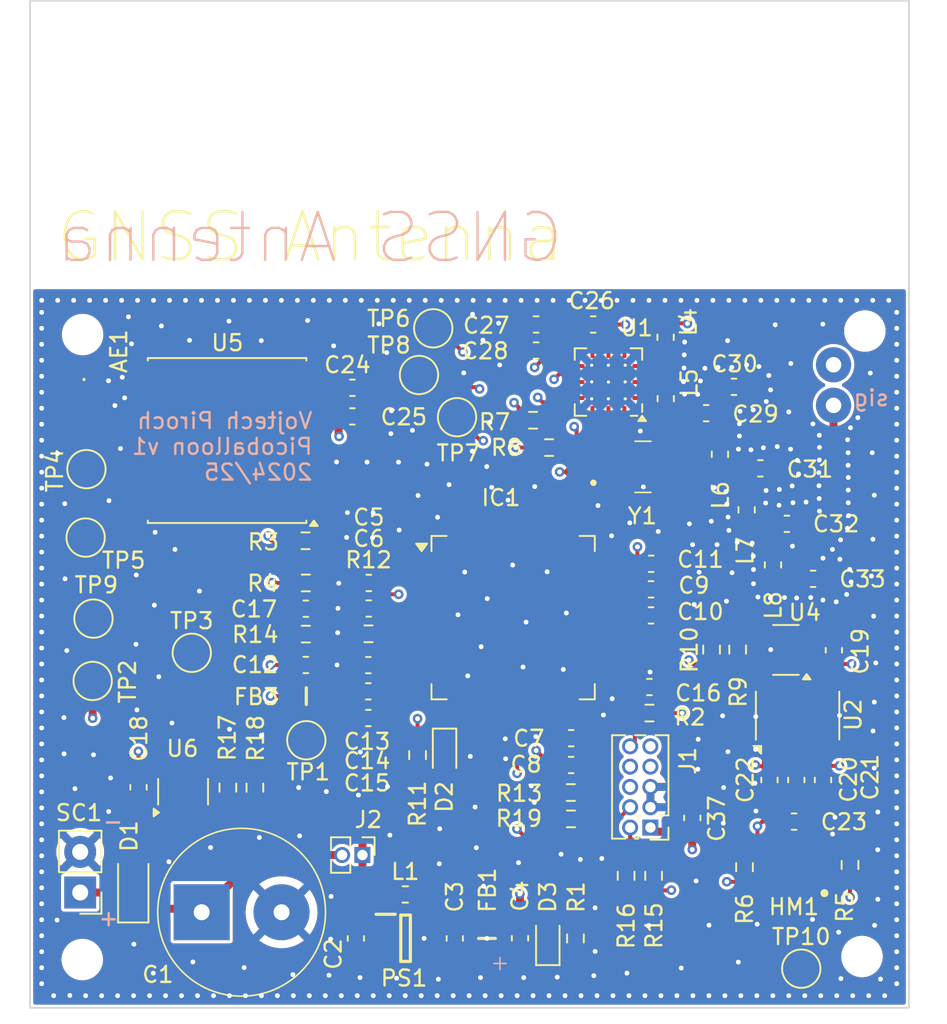
<source format=kicad_pcb>
(kicad_pcb (version 20240108) (generator "pcbnew") (generator_version "8.0")
  (layers (0 "F.Cu" signal "F.Signal") (1 "In1.Cu" power "In1.GND") (2 "In2.Cu" power "In2.Power") (31 "B.Cu" power "B.GND") (34 "B.Paste" user) (35 "F.Paste" user) (36 "B.SilkS" user "B.Silkscreen") (37 "F.SilkS" user "F.Silkscreen") (38 "B.Mask" user) (39 "F.Mask" user) (44 "Edge.Cuts" user))
  (net 0 "")
  (net 1 "Net-(AE1-A)")
  (net 2 "Net-(AE2-A)")
  (net 3 "+U_SC")
  (net 4 "GND")
  (net 5 "Net-(PS1-VOUT)")
  (net 6 "+3.3V")
  (net 7 "+3.3VA")
  (net 8 "/RESET")
  (net 9 "Net-(IC1-PTE20)")
  (net 10 "Net-(U2-CAP)")
  (net 11 "Net-(C29-Pad2)")
  (net 12 "Net-(C29-Pad1)")
  (net 13 "Net-(C31-Pad2)")
  (net 14 "Net-(C32-Pad2)")
  (net 15 "Net-(D1-A)")
  (net 16 "/LED")
  (net 17 "Net-(D2-A)")
  (net 18 "Net-(D3-K)")
  (net 19 "/SDA_SENS")
  (net 20 "/SCL_SENS")
  (net 23 "/SDN")
  (net 25 "/MISO")
  (net 28 "/MOSI")
  (net 29 "/SCL_TEMP")
  (net 30 "/GNSS_TX")
  (net 32 "/SDA_TEMP")
  (net 33 "/GNSS_SDA")
  (net 36 "/GNSS_EXTINT")
  (net 37 "/GNSS_RX")
  (net 39 "/SCLK")
  (net 41 "/SWD_CLK")
  (net 43 "Net-(IC1-PTA4)")
  (net 45 "/nIRQ")
  (net 47 "/SWD_DIO")
  (net 51 "/GNSS_RESET")
  (net 54 "Net-(IC1-PTE18)")
  (net 55 "/GNSS_SCL")
  (net 56 "/nSEL")
  (net 63 "Net-(PS1-L)")
  (net 64 "Net-(U1-TX)")
  (net 65 "Net-(U6-+)")
  (net 66 "/ADC")
  (net 75 "Net-(U1-XOUT)")
  (net 76 "Net-(U1-XIN)")
  (net 98 "+U_SC1")
  (footprint "Resistor_SMD:R_0603_1608Metric_Pad0.98x0.95mm_HandSolder" (layer "F.Cu") (at 151.48 120.21 -90)
    (property "Reference" "R6")
    (property "Value" "10k")
  )
  (footprint "Connector_PinHeader_2.54mm:PinHeader_1x02_P2.54mm_Vertical" (layer "F.Cu") (at 109.91 121.795 180)
    (property "Reference" "SC1")
    (property "Value" "Solar_Cell")
  )
  (footprint "Library:ECS3002030BDUTR" (layer "F.Cu") (at 145.125 95.165)
    (property "Reference" "Y1")
    (property "Value" "30M" (hide yes))
  )
  (footprint "Capacitor_SMD:C_0603_1608Metric_Pad1.08x0.95mm_HandSolder" (layer "F.Cu") (at 149.08 91.81)
    (property "Reference" "C29")
    (property "Value" "100p")
  )
  (footprint "" (layer "F.Cu") (at 141.92 89.85)
    (property "Reference" "")
    (property "Value" "")
  )
  (footprint "Resistor_SMD:R_0603_1608Metric_Pad0.98x0.95mm_HandSolder" (layer "F.Cu") (at 145.79 120.75 90)
    (property "Reference" "R15")
    (property "Value" "10k")
  )
  (footprint "MountingHole:MountingHole_2.1mm" (layer "F.Cu") (at 110.04 125.99)
    (property "Reference" "H1" (hide yes))
    (property "Value" "MountingHole")
  )
  (footprint "Capacitor_SMD:C_0603_1608Metric_Pad1.08x0.95mm_HandSolder" (layer "F.Cu") (at 148.21 117.13 90)
    (property "Reference" "C37")
    (property "Value" "100n")
  )
  (footprint "Capacitor_SMD:C_0603_1608Metric_Pad1.08x0.95mm_HandSolder" (layer "F.Cu") (at 150.82 90.16 180)
    (property "Reference" "C30")
    (property "Value" "14,35p")
  )
  (footprint "Package_TO_SOT_SMD:SOT-23-5" (layer "F.Cu") (at 154.07 106.62 180)
    (property "Reference" "U4")
    (property "Value" "MCP9802")
  )
  (footprint "Capacitor_SMD:C_0603_1608Metric_Pad1.08x0.95mm_HandSolder" (layer "F.Cu") (at 140.63 112.14)
    (property "Reference" "C7")
    (property "Value" "100n")
  )
  (footprint "Library:SOT95P280X145-5N" (layer "F.Cu") (at 130.27 124.6575)
    (property "Reference" "PS1")
    (property "Value" "TPS61097A-33DBVR" (hide yes))
  )
  (footprint "MountingHole:MountingHole_2.1mm" (layer "F.Cu") (at 158.83 125.8)
    (property "Reference" "H2" (hide yes))
    (property "Value" "MountingHole")
  )
  (footprint "Capacitor_SMD:C_0603_1608Metric_Pad1.08x0.95mm_HandSolder" (layer "F.Cu") (at 156.39 114.7575 -90)
    (property "Reference" "C21")
    (property "Value" "100n")
  )
  (footprint "Capacitor_SMD:C_0603_1608Metric_Pad1.08x0.95mm_HandSolder" (layer "F.Cu") (at 157.07 106.6375 90)
    (property "Reference" "C19")
    (property "Value" "100n")
  )
  (footprint "Resistor_SMD:R_0603_1608Metric_Pad0.98x0.95mm_HandSolder" (layer "F.Cu") (at 124.03 105.63)
    (property "Reference" "R14")
    (property "Value" "1k")
  )
  (footprint "TestPoint:TestPoint_Pad_D2.0mm" (layer "F.Cu") (at 124.06 112.27 90)
    (property "Reference" "TP1")
    (property "Value" "+3.3VA_TP")
  )
  (footprint "Capacitor_SMD:C_0603_1608Metric_Pad1.08x0.95mm_HandSolder" (layer "F.Cu") (at 138.44 87.89 180)
    (property "Reference" "C28")
    (property "Value" "1u")
  )
  (footprint "Capacitor_SMD:C_0603_1608Metric_Pad1.08x0.95mm_HandSolder" (layer "F.Cu") (at 152.47 95.26 180)
    (property "Reference" "C31")
    (property "Value" "25p")
  )
  (footprint "Capacitor_SMD:C_0603_1608Metric_Pad1.08x0.95mm_HandSolder" (layer "F.Cu") (at 154.72 114.7575 -90)
    (property "Reference" "C20")
    (property "Value" "100n")
  )
  (footprint "Capacitor_SMD:C_0603_1608Metric_Pad1.08x0.95mm_HandSolder" (layer "F.Cu") (at 145.6375 101.23)
    (property "Reference" "C11")
    (property "Value" "10u")
  )
  (footprint "LED_SMD:LED_0603_1608Metric_Pad1.05x0.95mm_HandSolder" (layer "F.Cu") (at 139.17 124.6775 90)
    (property "Reference" "D3")
    (property "Value" "LED")
  )
  (footprint "Resistor_SMD:R_0603_1608Metric_Pad0.98x0.95mm_HandSolder" (layer "F.Cu") (at 127.9525 105.61 180)
    (property "Reference" "R12")
    (property "Value" "10k")
  )
  (footprint "Resistor_SMD:R_0603_1608Metric_Pad0.98x0.95mm_HandSolder" (layer "F.Cu") (at 131.02 113.2 -90)
    (property "Reference" "R11")
    (property "Value" "300")
  )
  (footprint "MountingHole:MountingHole_2.1mm" (layer "F.Cu") (at 110.06 86.89)
    (property "Reference" "H4" (hide yes))
    (property "Value" "MountingHole")
  )
  (footprint "MountingHole:MountingHole_2.1mm" (layer "F.Cu") (at 159.01 86.67)
    (property "Reference" "H3" (hide yes))
    (property "Value" "MountingHole")
  )
  (footprint "Capacitor_SMD:C_0603_1608Metric_Pad1.08x0.95mm_HandSolder" (layer "F.Cu") (at 126.94 92.01)
    (property "Reference" "C25")
    (property "Value" "100n")
  )
  (footprint "Capacitor_SMD:C_0603_1608Metric_Pad1.08x0.95mm_HandSolder" (layer "F.Cu") (at 126.94 90.22)
    (property "Reference" "C24")
    (property "Value" "100n")
  )
  (footprint "" (layer "F.Cu") (at 142.965 89.86)
    (property "Reference" "")
    (property "Value" "")
  )
  (footprint "TestPoint:TestPoint_Pad_D2.0mm" (layer "F.Cu") (at 110.25 99.59)
    (property "Reference" "TP5")
    (property "Value" "SCL_TEMP")
  )
  (footprint "Inductor_SMD:L_0603_1608Metric_Pad1.05x0.95mm_HandSolder" (layer "F.Cu") (at 149.94 94.38 -90)
    (property "Reference" "L6")
    (property "Value" "106n")
  )
  (footprint "Capacitor_SMD:C_0603_1608Metric_Pad1.08x0.95mm_HandSolder" (layer "F.Cu") (at 113.5575 115.2125 -90)
    (property "Reference" "C18")
    (property "Value" "100n")
  )
  (footprint "Resistor_SMD:R_0603_1608Metric_Pad0.98x0.95mm_HandSolder" (layer "F.Cu") (at 140.62 117.19 180)
    (property "Reference" "R19")
    (property "Value" "0")
  )
  (footprint "TestPoint:TestPoint_Pad_D2.0mm" (layer "F.Cu") (at 132 86.5)
    (property "Reference" "TP6")
    (property "Value" "SCLK")
  )
  (footprint "Resistor_SMD:R_0603_1608Metric_Pad0.98x0.95mm_HandSolder" (layer "F.Cu") (at 140.61 115.54 180)
    (property "Reference" "R13")
    (property "Value" "10k")
  )
  (footprint "Capacitor_SMD:C_0603_1608Metric_Pad1.08x0.95mm_HandSolder" (layer "F.Cu") (at 127.9625 104.03 180)
    (property "Reference" "C6")
    (property "Value" "1u")
  )
  (footprint "Resistor_SMD:R_0603_1608Metric_Pad0.98x0.95mm_HandSolder" (layer "F.Cu") (at 138.25 92.25)
    (property "Reference" "R7")
    (property "Value" "10k")
  )
  (footprint "Capacitor_SMD:C_0603_1608Metric_Pad1.08x0.95mm_HandSolder" (layer "F.Cu") (at 142.01 86.26 180)
    (property "Reference" "C26")
    (property "Value" "100p")
  )
  (footprint "Capacitor_SMD:C_0603_1608Metric_Pad1.08x0.95mm_HandSolder" (layer "F.Cu") (at 124.03 104.04 180)
    (property "Reference" "C17")
    (property "Value" "xx")
  )
  (footprint "" (layer "F.Cu") (at 142.96 88.81)
    (property "Reference" "")
    (property "Value" "")
  )
  (footprint "Capacitor_SMD:C_0603_1608Metric_Pad1.08x0.95mm_HandSolder" (layer "F.Cu") (at 154.13 98.73 180)
    (property "Reference" "C32")
    (property "Value" "43,06p")
  )
  (footprint "TestPoint:TestPoint_Pad_D2.0mm" (layer "F.Cu") (at 155.03 126.56)
    (property "Reference" "TP10")
    (property "Value" "GND")
  )
  (footprint "" (layer "F.Cu") (at 144.01 89.85)
    (property "Reference" "")
    (property "Value" "")
  )
  (footprint "Library:BNC_Connector_PCB" (layer "F.Cu") (at 157.05 91.32 90)
    (property "Reference" "AE2" (hide yes))
    (property "Value" "Antenna" (hide yes))
  )
  (footprint "Capacitor_SMD:C_0603_1608Metric_Pad1.08x0.95mm_HandSolder" (layer "F.Cu") (at 145.63 102.83)
    (property "Reference" "C9")
    (property "Value" "100n")
  )
  (footprint "Inductor_SMD:L_0603_1608Metric_Pad1.05x0.95mm_HandSolder" (layer "F.Cu") (at 153.26 101.3 -90)
    (property "Reference" "L8")
    (property "Value" "74,74n")
  )
  (footprint "Inductor_SMD:L_0603_1608Metric_Pad1.05x0.95mm_HandSolder" (layer "F.Cu") (at 130.25 121.9175)
    (property "Reference" "L1")
    (property "Value" "4.7u")
  )
  (footprint "Resistor_SMD:R_0603_1608Metric_Pad0.98x0.95mm_HandSolder" (layer "F.Cu") (at 139.25 93.96)
    (property "Reference" "R8")
    (property "Value" "10k")
  )
  (footprint "Connector_PinHeader_1.27mm:PinHeader_2x05_P1.27mm_Vertical" (layer "F.Cu") (at 145.59 117.73 180)
    (property "Reference" "J1")
    (property "Value" "EXT_DEBUGGER")
  )
  (footprint "Package_TO_SOT_SMD:SOT-23-5" (layer "F.Cu") (at 116.3475 115.4925 90)
    (property "Reference" "U6")
    (property "Value" "OPA333xxDBV")
  )
  (footprint "Resistor_SMD:R_0603_1608Metric_Pad0.98x0.95mm_HandSolder" (layer "F.Cu") (at 144.07 120.75 -90)
    (property "Reference" "R16")
    (property "Value" "10k")
  )
  (footprint "Capacitor_SMD:C_0603_1608Metric_Pad1.08x0.95mm_HandSolder" (layer "F.Cu") (at 140.63 113.82)
    (property "Reference" "C8")
    (property "Value" "1u")
  )
  (footprint "Diode_SMD:Nexperia_CFP3_SOD-123W" (layer "F.Cu") (at 113.23 121.41 90)
    (property "Reference" "D1")
    (property "Value" "D_Schottky")
  )
  (footprint "TestPoint:TestPoint_Pad_D2.0mm" (layer "F.Cu") (at 116.89 106.8)
    (property "Reference" "TP3")
    (property "Value" "ADC")
  )
  (footprint "Capacitor_SMD:C_0603_1608Metric_Pad1.08x0.95mm_HandSolder" (layer "F.Cu") (at 138.4375 86.26 180)
    (property "Reference" "C27")
    (property "Value" "100n")
  )
  (footprint "Capacitor_SMD:C_0603_1608Metric_Pad1.08x0.95mm_HandSolder" (layer "F.Cu") (at 127.9375 110.88 180)
    (property "Reference" "C15")
    (property "Value" "100n")
  )
  (footprint "Capacitor_SMD:C_0603_1608Metric_Pad1.08x0.95mm_HandSolder" (layer "F.Cu") (at 154.58 117.36)
    (property "Reference" "C23")
    (property "Value" "100n")
  )
  (footprint "Capacitor_SMD:C_0603_1608Metric_Pad1.08x0.95mm_HandSolder" (layer "F.Cu") (at 133.35 124.6675 90)
    (property "Reference" "C3")
    (property "Value" "10u")
  )
  (footprint "TestPoint:TestPoint_Pad_D2.0mm" (layer "F.Cu") (at 133.49 92.06)
    (property "Reference" "TP7")
    (property "Value" "MOSI")
  )
  (footprint "Library:BLM21AG102BH1J" (layer "F.Cu") (at 124.0575 109.51)
    (property "Reference" "FB3")
    (property "Value" "FerriteBead" (hide yes))
  )
  (footprint "Inductor_SMD:L_0603_1608Metric_Pad1.05x0.95mm_HandSolder" (layer "F.Cu") (at 146.54 87.06 -90)
    (property "Reference" "L4")
    (property "Value" "552n")
  )
  (footprint "TestPoint:TestPoint_Pad_D2.0mm" (layer "F.Cu") (at 131.11 89.42)
    (property "Reference" "TP8")
    (property "Value" "MISO")
  )
  (footprint "Resistor_SMD:R_0603_1608Metric_Pad0.98x0.95mm_HandSolder" (layer "F.Cu") (at 151.05 106.6 -90)
    (property "Reference" "R9")
    (property "Value" "10k")
  )
  (footprint "TestPoint:TestPoint_Pad_D2.0mm" (layer "F.Cu") (at 110.74 104.66)
    (property "Reference" "TP9")
    (property "Value" "GND")
  )
  (footprint "Capacitor_SMD:C_0603_1608Metric_Pad1.08x0.95mm_HandSolder" (layer "F.Cu") (at 124.0275 107.56)
    (property "Reference" "C12")
    (property "Value" "10u")
  )
  (footprint "LED_SMD:LED_0603_1608Metric_Pad1.05x0.95mm_HandSolder" (layer "F.Cu") (at 132.71 113.2025 -90)
    (property "Reference" "D2")
    (property "Value" "LED")
  )
  (footprint "Package_QFP:LQFP-64-1EP_10x10mm_P0.5mm_EP5x5mm" (layer "F.Cu") (at 137 104.6)
    (property "Reference" "IC1")
    (property "Value" "MCXC141VLH")
  )
  (footprint "Capacitor_SMD:C_0603_1608Metric_Pad1.08x0.95mm_HandSolder" (layer "F.Cu") (at 145.63 104.46)
    (property "Reference" "C10")
    (property "Value" "1u")
  )
  (footprint "TestPoint:TestPoint_Pad_D2.0mm" (layer "F.Cu") (at 110.3 95.31)
    (property "Reference" "TP4")
    (property "Value" "SDA_TEMP")
  )
  (footprint "Package_LGA:NXP_LGA-8_3x5mm_P1.25mm_H1.1mm" (layer "F.Cu") (at 154.8 110.73 90)
    (property "Reference" "U2")
    (property "Value" "MPL3115A2")
  )
  (footprint "Resistor_SMD:R_0603_1608Metric_Pad0.98x0.95mm_HandSolder" (layer "F.Cu") (at 124.01 99.79)
    (property "Reference" "R3")
    (property "Value" "10k")
  )
  (footprint "Inductor_SMD:L_0603_1608Metric_Pad1.05x0.95mm_HandSolder" (layer "F.Cu") (at 146.55 90.9 -90)
    (property "Reference" "L5")
    (property "Value" "12n")
  )
  (footprint "Library:BLM21AG102BH1J" (layer "F.Cu") (at 135.36 124.6675 90)
    (property "Reference" "FB1")
    (property "Value" "FerriteBead" (hide yes))
  )
  (footprint "Capacitor_SMD:C_0603_1608Metric_Pad1.08x0.95mm_HandSolder" (layer "F.Cu") (at 127.16 124.6675 -90)
    (property "Reference" "C2")
    (property "Value" "10u")
  )
  (footprint "Capacitor_SMD:C_0603_1608Metric_Pad1.08x0.95mm_HandSolder" (layer "F.Cu") (at 127.97 102.43 180)
    (property "Reference" "C5")
    (property "Value" "100n")
  )
  (footprint "RF_GPS:ublox_MAX" (layer "F.Cu") (at 119.1 93.52 180)
    (property "Reference" "U5")
    (property "Value" "MAX-M10S")
  )
  (footprint "TestPoint:TestPoint_Pad_D2.0mm" (layer "F.Cu") (at 110.69 108.56 -90)
    (property "Reference" "TP2")
    (property "Value" "+3.3V_TP")
  )
  (footprint "Library:Supercap_7.5mm" (layer "F.Cu") (at 120.01 123.03)
    (property "Reference" "C1")
    (property "Value" "10 F")
  )
  (footprint "Resistor_SMD:R_0603_1608Metric_Pad0.98x0.95mm_HandSolder" (layer "F.Cu") (at 140.9 124.6675 -90)
    (property "Reference" "R1")
    (property "Value" "1k")
  )
  (footprint "Package_DFN_QFN:QFN-20-1EP_4x4mm_P0.5mm_EP2.6x2.6mm_ThermalVias" (layer "F.Cu") (at 142.965 89.86 180)
    (property "Reference" "U1")
    (property "Value" "Si4461")
  )
  (footprint "Library:SON100P300X300X100-7N-D" (layer "F.Cu") (at 154.63 120.11 180)
    (property "Reference" "HM1")
    (property "Value" "HTU21D" (hide yes))
  )
  (footprint "Inductor_SMD:L_0603_1608Metric_Pad1.05x0.95mm_HandSolder" (layer "F.Cu") (at 151.61 97.86 -90)
    (property "Reference" "L7")
    (property "Value" "74,74n")
  )
  (footprint "Resistor_SMD:R_0603_1608Metric_Pad0.98x0.95mm_HandSolder" (layer "F.Cu") (at 149.4175 106.6 -90)
    (property "Reference" "R10")
    (property "Value" "10k")
  )
  (footprint "Resistor_SMD:R_0603_1608Metric_Pad0.98x0.95mm_HandSolder" (layer "F.Cu") (at 145.53 110.57 180)
    (property "Reference" "R2")
    (property "Value" "10k")
  )
  (footprint "Resistor_SMD:R_0603_1608Metric_Pad0.98x0.95mm_HandSolder" (layer "F.Cu") (at 124.03 102.43)
    (property "Reference" "R4")
    (property "Value" "10k")
  )
  (footprint "Capacitor_SMD:C_0603_1608Metric_Pad1.08x0.95mm_HandSolder" (layer "F.Cu") (at 127.94 107.57 180)
    (property "Reference" "C13")
    (property "Value" "10u")
  )
  (footprint "Capacitor_SMD:C_0603_1608Metric_Pad1.08x0.95mm_HandSolder" (layer "F.Cu") (at 155.77 102.17 180)
    (property "Reference" "C33")
    (property "Value" "25p")
  )
  (footprint "Capacitor_SMD:C_0603_1608Metric_Pad1.08x0.95mm_HandSolder" (layer "F.Cu") (at 127.9375 109.21 180)
    (property "Reference" "C14")
    (property "Value" "100n")
  )
  (footprint "Resistor_SMD:R_0603_1608Metric_Pad0.98x0.95mm_HandSolder" (layer "F.Cu") (at 158.08 120.07 -90)
    (property "Reference" "R5")
    (property "Value" "10k")
  )
  (footprint "" (layer "F.Cu") (at 142.96 90.91)
    (property "Reference" "")
    (property "Value" "")
  )
  (footprint "Capacitor_SMD:C_0603_1608Metric_Pad1.08x0.95mm_HandSolder" (layer "F.Cu") (at 145.53 108.94)
    (property "Reference" "C16")
    (property "Value" "100n")
  )
  (footprint "Capacitor_SMD:C_0603_1608Metric_Pad1.08x0.95mm_HandSolder" (layer "F.Cu") (at 137.43 124.6575 -90)
    (property "Reference" "C4")
    (property "Value" "10u")
  )
  (footprint "Capacitor_SMD:C_0603_1608Metric_Pad1.08x0.95mm_HandSolder" (layer "F.Cu") (at 153.04 114.7575 -90)
    (property "Reference" "C22")
    (property "Value" "10u")
  )
  (footprint "Connector_PinHeader_1.27mm:PinHeader_1x02_P1.27mm_Vertical" (layer "F.Cu") (at 127.57 119.45 -90)
    (property "Reference" "J2")
    (property "Value" "Conn_01x02")
  )
  (footprint "Resistor_SMD:R_0603_1608Metric_Pad0.98x0.95mm_HandSolder" (layer "F.Cu") (at 120.84 115.2325 -90)
    (property "Reference" "R18")
    (property "Value" "1M")
  )
  (footprint "Library:RECE20369001E01" (layer "F.Cu") (at 110.15 91.25 -90)
    (property "Reference" "AE1")
    (property "Value" "Antenna" (hide yes))
  )
  (footprint "Resistor_SMD:R_0603_1608Metric_Pad0.98x0.95mm_HandSolder" (layer "F.Cu") (at 119.15 115.2325 90)
    (property "Reference" "R17")
    (property "Value" "1M")
  )
  (gr_rect (start 106.77 66.01) (end 161.77 129.01) (stroke (width 0.1)) (fill none) (layer "Edge.Cuts"))
  (gr_text "-" (at 111.24 117.925 0) (layer "B.SilkS") (effects (font (size 1 1) (thickness 0.155)) (justify left bottom)))
  (gr_text "+" (at 110.97 123.98 0) (layer "B.SilkS") (effects (font (size 1 1) (thickness 0.155)) (justify left bottom)))
  (gr_text "Vojtech Piroch\nPicoballoon v1\n2024/25" (at 124.53 96.09 0) (layer "B.SilkS") (effects (font (size 1 1)) (justify left bottom mirror)))
  (gr_text "GNSS Antenna" (at 140.3 82.59 0) (layer "B.SilkS") (effects (font (size 3 3)) (justify left bottom mirror)))
  (gr_text "+" (at 135.49 126.745 0) (layer "B.SilkS") (effects (font (size 1 1) (thickness 0.1)) (justify left bottom)))
  (gr_text "sig" (at 160.6 91.44 0) (layer "B.SilkS") (effects (font (size 1 1) (thickness 0.155)) (justify left bottom mirror)))
  (gr_text "GNSS Antenna" (at 108.28 82.55 0) (layer "F.SilkS") (effects (font (size 3 3)) (justify left bottom)))
  (segment (start 112.167 90.22) (end 111.137 91.25) (width 0.25) (layer "F.Cu") (net 1))
  (segment (start 114.35 90.22) (end 112.167 90.22) (width 0.25) (layer "F.Cu") (net 1))
  (segment (start 154.9025 102.175) (end 154.9075 102.17) (width 0.5) (layer "F.Cu") (net 2))
  (segment (start 154.9075 100.9225) (end 154.9075 102.17) (width 0.5) (layer "F.Cu") (net 2))
  (segment (start 157.05 91.32) (end 157.05 98.78) (width 0.5) (layer "F.Cu") (net 2))
  (segment (start 153.26 102.175) (end 154.9025 102.175) (width 0.5) (layer "F.Cu") (net 2))
  (segment (start 157.05 98.78) (end 154.9075 100.9225) (width 0.5) (layer "F.Cu") (net 2))
  (segment (start 129.87 125.6075) (end 130.07 125.4075) (width 0.5) (layer "F.Cu") (net 3))
  (segment (start 129.87 123.7075) (end 129.02 123.7075) (width 0.5) (layer "F.Cu") (net 3))
  (segment (start 129.02 125.6075) (end 129.87 125.6075) (width 0.5) (layer "F.Cu") (net 3))
  (segment (start 127.57 123.395) (end 127.16 123.805) (width 0.5) (layer "F.Cu") (net 3))
  (segment (start 126.2025 117.0825) (end 127.57 118.45) (width 0.5) (layer "F.Cu") (net 3))
  (segment (start 127.57 118.45) (end 127.57 119.45) (width 0.5) (layer "F.Cu") (net 3))
  (segment (start 119.15 116.145) (end 120.0875 117.0825) (width 0.5) (layer "F.Cu") (net 3))
  (segment (start 127.57 119.45) (end 127.57 123.395) (width 0.5) (layer "F.Cu") (net 3))
  (segment (start 130.07 125.4075) (end 130.07 123.9075) (width 0.5) (layer "F.Cu") (net 3))
  (segment (start 120.0875 117.0825) (end 126.2025 117.0825) (width 0.5) (layer "F.Cu") (net 3))
  (segment (start 129.02 122.2725) (end 129.02 123.7075) (width 0.5) (layer "F.Cu") (net 3))
  (segment (start 127.2575 123.7075) (end 127.16 123.805) (width 0.5) (layer "F.Cu") (net 3))
  (segment (start 129.375 121.9175) (end 129.02 122.2725) (width 0.5) (layer "F.Cu") (net 3))
  (segment (start 130.07 123.9075) (end 129.87 123.7075) (width 0.5) (layer "F.Cu") (net 3))
  (segment (start 129.02 123.7075) (end 127.2575 123.7075) (width 0.5) (layer "F.Cu") (net 3))
  (segment (start 124.89 107.56) (end 125.98 107.56) (width 0.25) (layer "F.Cu") (net 4))
  (segment (start 156.225 106.62) (end 157.07 105.775) (width 0.25) (layer "F.Cu") (net 4))
  (segment (start 131.325 107.85) (end 133.77 107.85) (width 0.25) (layer "F.Cu") (net 4))
  (segment (start 155.2075 106.62) (end 156.225 106.62) (width 0.25) (layer "F.Cu") (net 4))
  (segment (start 140.25 107.95) (end 140.14 107.84) (width 0.25) (layer "F.Cu") (net 4))
  (segment (start 141.575 101.092764) (end 141.575 100.607236) (width 0.25) (layer "F.Cu") (net 4))
  (segment (start 141.575 100.607236) (end 142.702236 99.48) (width 0.25) (layer "F.Cu") (net 4))
  (segment (start 129.02 124.6575) (end 128.0325 124.6575) (width 0.25) (layer "F.Cu") (net 4))
  (segment (start 133.37 102.35) (end 133.97 101.75) (width 0.25) (layer "F.Cu") (net 4))
  (segment (start 127.0675 107.56) (end 127.0775 107.57) (width 0.25) (layer "F.Cu") (net 4))
  (segment (start 125.98 107.56) (end 127.0675 107.56) (width 0.25) (layer "F.Cu") (net 4))
  (segment (start 141.832236 101.35) (end 141.575 101.092764) (width 0.25) (layer "F.Cu") (net 4))
  (segment (start 133.77 107.85) (end 134.16 108.24) (width 0.25) (layer "F.Cu") (net 4))
  (segment (start 142.702236 99.48) (end 143.16 99.48) (width 0.25) (layer "F.Cu") (net 4))
  (segment (start 142.675 101.35) (end 141.832236 101.35) (width 0.25) (layer "F.Cu") (net 4))
  (segment (start 146.3925 108.94) (end 146.3925 108.8225) (width 0.25) (layer "F.Cu") (net 4))
  (segment (start 131.325 102.35) (end 133.37 102.35) (width 0.25) (layer "F.Cu") (net 4))
  (segment (start 140.25 110.275) (end 140.25 107.95) (width 0.25) (layer "F.Cu") (net 4))
  (segment (start 146.3925 108.8225) (end 145.57 108) (width 0.25) (layer "F.Cu") (net 4))
  (segment (start 142.965 92.25974) (end 143.63526 92.93) (width 0.25) (layer "F.Cu") (net 4))
  (segment (start 143.63526 92.93) (end 144.96 92.93) (width 0.25) (layer "F.Cu") (net 4))
  (segment (start 142.965 91.785) (end 142.965 92.25974) (width 0.25) (layer "F.Cu") (net 4))
  (segment (start 128.0325 124.6575) (end 127.16 125.53) (width 0.25) (layer "F.Cu") (net 4))
  (via (at 161 102.5) (size 0.6) (drill 0.3) (layers "F.Cu" "B.Cu") (net 4))
  (via (at 152.27 123.78) (size 0.6) (drill 0.3) (layers "F.Cu" "B.Cu") (net 4))
  (via (at 132.27 98.32) (size 0.6) (drill 0.3) (layers "F.Cu" "B.Cu") (net 4))
  (via (at 118.5 84.75) (size 0.6) (drill 0.3) (layers "F.Cu" "B.Cu") (net 4))
  (via (at 159.99 127.21) (size 0.6) (drill 0.3) (layers "F.Cu" "B.Cu") (net 4))
  (via (at 107.5 89.5) (size 0.6) (drill 0.3) (layers "F.Cu" "B.Cu") (net 4))
  (via (at 153.53 93.9) (size 0.6) (drill 0.3) (layers "F.Cu" "B.Cu") (net 4))
  (via (at 134.25 128.25) (size 0.6) (drill 0.3) (layers "F.Cu" "B.Cu") (net 4))
  (via (at 152.04 101.59) (size 0.6) (drill 0.3) (layers "F.Cu" "B.Cu") (net 4))
  (via (at 138.33 116.16) (size 0.6) (drill 0.3) (layers "F.Cu" "B.Cu") (net 4))
  (via (at 149.25 128.25) (size 0.6) (drill 0.3) (layers "F.Cu" "B.Cu") (net 4))
  (via (at 154.36 94.06) (size 0.6) (drill 0.3) (layers "F.Cu" "B.Cu") (net 4))
  (via (at 152.8 97.43) (size 0.6) (drill 0.3) (layers "F.Cu" "B.Cu") (net 4))
  (via (at 161 91.5) (size 0.6) (drill 0.3) (layers "F.Cu" "B.Cu") (net 4))
  (via (at 128.2 99.6) (size 0.6) (drill 0.3) (layers "F.Cu" "B.Cu") (net 4))
  (via (at 152.66 93.97) (size 0.6) (drill 0.3) (layers "F.Cu" "B.Cu") (net 4))
  (via (at 112.25 128.25) (size 0.6) (drill 0.3) (layers "F.Cu" "B.Cu") (net 4))
  (via (at 149.58 96.46) (size 0.6) (drill 0.3) (layers "F.Cu" "B.Cu") (net 4))
  (via (at 109.58 115.3) (size 0.6) (drill 0.3) (layers "F.Cu" "B.Cu") (net 4))
  (via (at 107.5 117.5) (size 0.6) (drill 0.3) (layers "F.Cu" "B.Cu") (net 4))
  (via (at 140.25 128.25) (size 0.6) (drill 0.3) (layers "F.Cu" "B.Cu") (net 4))
  (via (at 159.42 102) (size 0.6) (drill 0.3) (layers "F.Cu" "B.Cu") (net 4))
  (via (at 126.25 128.25) (size 0.6) (drill 0.3) (layers "F.Cu" "B.Cu") (net 4))
  (via (at 108.49 94.33) (size 0.6) (drill 0.3) (layers "F.Cu" "B.Cu") (net 4))
  (via (at 150.15 117.46) (size 0.6) (drill 0.3) (layers "F.Cu" "B.Cu") (net 4))
  (via (at 157.22 103.61) (size 0.6) (drill 0.3) (layers "F.Cu" "B.Cu") (net 4))
  (via (at 140.5 84.75) (size 0.6) (drill 0.3) (layers "F.Cu" "B.Cu") (net 4))
  (via (at 148.5 84.75) (size 0.6) (drill 0.3) (layers "F.Cu" "B.Cu") (net 4))
  (via (at 161 111.5) (size 0.6) (drill 0.3) (layers "F.Cu" "B.Cu") (net 4))
  (via (at 131.05 96.96) (size 0.6) (drill 0.3) (layers "F.Cu" "B.Cu") (net 4))
  (via (at 110.25 128.25) (size 0.6) (drill 0.3) (layers "F.Cu" "B.Cu") (net 4))
  (via (at 134.62 116.45) (size 0.6) (drill 0.3) (layers "F.Cu" "B.Cu") (net 4))
  (via (at 149.76 100.03) (size 0.6) (drill 0.3) (layers "F.Cu" "B.Cu") (net 4))
  (via (at 132.5 84.75) (size 0.6) (drill 0.3) (layers "F.Cu" "B.Cu") (net 4))
  (via (at 155.73 123.48) (size 0.6) (drill 0.3) (layers "F.Cu" "B.Cu") (net 4))
  (via (at 157.97 96.62) (size 0.6) (drill 0.3) (layers "F.Cu" "B.Cu") (net 4))
  (via (at 116.75 87.25) (size 0.6) (drill 0.3) (layers "F.Cu" "B.Cu") (net 4))
  (via (at 150.7 101.79) (size 0.6) (drill 0.3) (layers "F.Cu" "B.Cu") (net 4))
  (via (at 150.17 115.23) (size 0.6) (drill 0.3) (layers "F.Cu" "B.Cu") (net 4))
  (via (at 107.5 101.5) (size 0.6) (drill 0.3) (layers "F.Cu" "B.Cu") (net 4))
  (via (at 130.5 84.75) (size 0.6) (drill 0.3) (layers "F.Cu" "B.Cu") (net 4))
  (via (at 158.25 128.25) (size 0.6) (drill 0.3) (layers "F.Cu" "B.Cu") (net 4))
  (via (at 115.46 119.87) (size 0.6) (drill 0.3) (layers "F.Cu" "B.Cu") (net 4))
  (via (at 110.74 113.18) (size 0.6) (drill 0.3) (layers "F.Cu" "B.Cu") (net 4))
  (via (at 152.84 91.08) (size 0.6) (drill 0.3) (layers "F.Cu" "B.Cu") (net 4))
  (via (at 161 106.5) (size 0.6) (drill 0.3) (layers "F.Cu" "B.Cu") (net 4))
  (via (at 119.22 86.05) (size 0.6) (drill 0.3) (layers "F.Cu" "B.Cu") (net 4))
  (via (at 154.46 96.36) (size 0.6) (drill 0.3) (layers "F.Cu" "B.Cu") (net 4))
  (via (at 107.5 108.5) (size 0.6) (drill 0.3) (layers "F.Cu" "B.Cu") (net 4))
  (via (at 128.25 128.25) (size 0.6) (drill 0.3) (layers "F.Cu" "B.Cu") (net 4))
  (via (at 145.57 108) (size 0.6) (drill 0.3) (layers "F.Cu" "B.Cu") (net 4))
  (via (at 134.44 94.18) (size 0.6) (drill 0.3) (layers "F.Cu" "B.Cu") (net 4))
  (via (at 157.25 128.25) (size 0.6) (drill 0.3) (layers "F.Cu" "B.Cu") (net 4))
  (via (at 126.58 99.58) (size 0.6) (drill 0.3) (layers "F.Cu" "B.Cu") (net 4))
  (via (at 124.14 86.01) (size 0.6) (drill 0.3) (layers "F.Cu" "B.Cu") (net 4))
  (via (at 107.5 111.5) (size 0.6) (drill 0.3) (layers "F.Cu" "B.Cu") (net 4))
  (via (at 135.25 128.25) (size 0.6) (drill 0.3) (layers "F.Cu" "B.Cu") (net 4))
  (via (at 123.58 115.23) (size 0.6) (drill 0.3) (layers "F.Cu" "B.Cu") (net 4))
  (via (at 139.5 84.75) (size 0.6) (drill 0.3) (layers "F.Cu" "B.Cu") (net 4))
  (via (at 157.14 117.09) (size 0.6) (drill 0.3) (layers "F.Cu" "B.Cu") (net 4))
  (via (at 135.54 92.38) (size 0.6) (drill 0.3) (layers "F.Cu" "B.Cu") (net 4))
  (via (at 152.5 84.75) (size 0.6) (drill 0.3) (layers "F.Cu" "B.Cu") (net 4))
  (via (at 124.5 84.75) (size 0.6) (drill 0.3) (layers "F.Cu" "B.Cu") (net 4))
  (via (at 142.25 128.25) (size 0.6) (drill 0.3) (layers "F.Cu" "B.Cu") (net 4))
  (via (at 129.5 84.75) (size 0.6) (drill 0.3) (layers "F.Cu" "B.Cu") (net 4))
  (via (at 129.39 91.66) (size 0.6) (drill 0.3) (layers "F.Cu" "B.Cu") (net 4))
  (via (at 113.25 128.25) (size 0.6) (drill 0.3) (layers "F.Cu" "B.Cu") (net 4))
  (via (at 161 120.5) (size 0.6) (drill 0.3) (layers "F.Cu" "B.Cu") (net 4))
  (via (at 130.7 92.88) (size 0.6) (drill 0.3) (layers "F.Cu" "B.Cu") (net 4))
  (via (at 142.55 119.67) (size 0.6) (drill 0.3) (layers "F.Cu" "B.Cu") (net 4))
  (via (at 107.5 110.5) (size 0.6) (drill 0.3) (layers "F.Cu" "B.Cu") (net 4))
  (via (at 136.97 101.31) (size 0.6) (drill 0.3) (layers "F.Cu" "B.Cu") (net 4))
  (via (at 152.829525 96.64533) (size 0.6) (drill 0.3) (layers "F.Cu" "B.Cu") (net 4))
  (via (at 161 96.5) (size 0.6) (drill 0.3) (layers "F.Cu" "B.Cu") (net 4))
  (via (at 142.5 84.75) (size 0.6) (drill 0.3) (layers "F.Cu" "B.Cu") (net 4))
  (via (at 131.43 124.6675) (size 0.6) (drill 0.3) (layers "F.Cu" "B.Cu") (net 4))
  (via (at 153.1 103.38) (size 0.6) (drill 0.3) (layers "F.Cu" "B.Cu") (net 4))
  (via (at 157.96 95.07) (size 0.6) (drill 0.3) (layers "F.Cu" "B.Cu") (net 4))
  (via (at 159.6 109.88) (size 0.6) (drill 0.3) (layers "F.Cu" "B.Cu") (net 4))
  (via (at 133.97 101.75) (size 0.6) (drill 0.3) (layers "F.Cu" "B.Cu") (net 4))
  (via (at 115.84 100.33) (size 0.6) (drill 0.3) (layers "F.Cu" "B.Cu") (net 4))
  (via (at 128.5 84.75) (size 0.6) (drill 0.3) (layers "F.Cu" "B.Cu") (net 4))
  (via (at 127.32 115.7) (size 0.6) (drill 0.3) (layers "F.Cu" "B.Cu") (net 4))
  (via (at 145.5 84.75) (size 0.6) (drill 0.3) (layers "F.Cu" "B.Cu") (net 4))
  (via (at 137.62 107.69) (size 0.6) (drill 0.3) (layers "F.Cu" "B.Cu") (net 4))
  (via (at 126.09 102.45) (size 0.6) (drill 0.3) (layers "F.Cu" "B.Cu") (net 4))
  (via (at 108.5 84.75) (size 0.6) (drill 0.3) (layers "F.Cu" "B.Cu") (net 4))
  (via (at 157.96 94.28) (size 0.6) (drill 0.3) (layers "F.Cu" "B.Cu") (net 4))
  (via (at 152.02 91.6) (size 0.6) (drill 0.3) (layers "F.Cu" "B.Cu") (net 4))
  (via (at 116.5 84.75) (size 0.6) (drill 0.3) (layers "F.Cu" "B.Cu") (net 4))
  (via (at 147.66 89.84) (size 0.6) (drill 0.3) (layers "F.Cu" "B.Cu") (net 4))
  (via (at 151.16 92.47) (size 0.6) (drill 0.3) (layers "F.Cu" "B.Cu") (net 4))
  (via (at 113.5 84.75) (size 0.6) (drill 0.3) (layers "F.Cu" "B.Cu") (net 4))
  (via (at 149 89) (size 0.6) (drill 0.3) (layers "F.Cu" "B.Cu") (net 4))
  (via (at 151.5 84.75) (size 0.6) (drill 0.3) (layers "F.Cu" "B.Cu") (net 4))
  (via (at 142.65 110.69) (size 0.6) (drill 0.3) (layers "F.Cu" "B.Cu") (net 4))
  (via (at 147.73 87.36) (size 0.6) (drill 0.3) (layers "F.Cu" "B.Cu") (net 4))
  (via (at 107.5 92.5) (size 0.6) (drill 0.3) (layers "F.Cu" "B.Cu") (net 4))
  (via (at 137.81 104.88) (size 0.6) (drill 0.3) (layers "F.Cu" "B.Cu") (net 4))
  (via (at 119.5 84.75) (size 0.6) (drill 0.3) (layers "F.Cu" "B.Cu") (net 4))
  (via (at 138.35 96.4) (size 0.6) (drill 0.3) (layers "F.Cu" "B.Cu") (net 4))
  (via (at 118.25 128.25) (size 0.6) (drill 0.3) (layers "F.Cu" "B.Cu") (net 4))
  (via (at 107.5 97.5) (size 0.6) (drill 0.3) (layers "F.Cu" "B.Cu") (net 4))
  (via (at 159.62 123.85) (size 0.6) (drill 0.3) (layers "F.Cu" "B.Cu") (net 4))
  (via (at 112.54 89.56) (size 0.6) (drill 0.3) (layers "F.Cu" "B.Cu") (net 4))
  (via (at 117.37 102.94) (size 0.6) (drill 0.3) (layers "F.Cu" "B.Cu") (net 4))
  (via (at 136.16 88.79) (size 0.6) (drill 0.3) (layers "F.Cu" "B.Cu") (net 4))
  (via (at 161 105.5) (size 0.6) (drill 0.3) (layers "F.Cu" "B.Cu") (net 4))
  (via (at 156.99 118.14) (size 0.6) (drill 0.3) (layers "F.Cu" "B.Cu") (net 4))
  (via (at 123.5 84.75) (size 0.6) (drill 0.3) (layers "F.Cu" "B.Cu") (net 4))
  (via (at 129.87 99.12) (size 0.6) (drill 0.3) (layers "F.Cu" "B.Cu") (net 4))
  (via (at 123.25 128.25) (size 0.6) (drill 0.3) (layers "F.Cu" "B.Cu") (net 4))
  (via (at 117.5 84.75) (size 0.6) (drill 0.3) (layers "F.Cu" "B.Cu") (net 4))
  (via (at 157.97 97.41) (size 0.6) (drill 0.3) (layers "F.Cu" "B.Cu") (net 4))
  (via (at 153.66 96.58) (size 0.6) (drill 0.3) (layers "F.Cu" "B.Cu") (net 4))
  (via (at 161 92.5) (size 0.6) (drill 0.3) (layers "F.Cu" "B.Cu") (net 4))
  (via (at 132.407266 117.805498) (size 0.6) (drill 0.3) (layers "F.Cu" "B.Cu") (net 4))
  (via (at 121.5 84.75) (size 0.6) (drill 0.3) (layers "F.Cu" "B.Cu") (net 4))
  (via (at 147.25 128.25) (size 0.6) (drill 0.3) (layers "F.Cu" "B.Cu") (net 4))
  (via (at 158.57 92.09) (size 0.6) (drill 0.3) (layers "F.Cu" "B.Cu") (net 4))
  (via (at 161 86.5) (size 0.6) (drill 0.3) (layers "F.Cu" "B.Cu") (net 4))
  (via (at 121.12 118.35) (size 0.6) (drill 0.3) (layers "F.Cu" "B.Cu") (net 4))
  (via (at 126.04 104.02) (size 0.6) (drill 0.3) (layers "F.Cu" "B.Cu") (net 4))
  (via (at 108.94 97.47) (size 0.6) (drill 0.3) (layers "F.Cu" "B.Cu") (net 4))
  (via (at 129.09 88.02) (size 0.6) (drill 0.3) (layers "F.Cu" "B.Cu") (net 4))
  (via (at 144.12 126.84) (size 0.6) (drill 0.3) (layers "F.Cu" "B.Cu") (net 4))
  (via (at 159.82 122.22) (size 0.6) (drill 0.3) (layers "F.Cu" "B.Cu") (net 4))
  (via (at 157.42 110.72) (size 0.6) (drill 0.3) (layers "F.Cu" "B.Cu") (net 4))
  (via (at 125.5 84.75) (size 0.6) (drill 0.3) (layers "F.Cu" "B.Cu") (net 4))
  (via (at 109.07 106.66) (size 0.6) (drill 0.3) (layers "F.Cu" "B.Cu") (net 4))
  (via (at 125.31 115.48) (size 0.6) (drill 0.3) (layers "F.Cu" "B.Cu") (net 4))
  (via (at 151.61 88.79) (size 0.6) (drill 0.3) (layers "F.Cu" "B.Cu") (net 4))
  (via (at 142.13 125.48) (size 0.6) (drill 0.3) (layers "F.Cu" "B.Cu") (net 4))
  (via (at 130.25 128.25) (size 0.6) (drill 0.3) (layers "F.Cu" "B.Cu") (net 4))
  (via (at 146.25 128.25) (size 0.6) (drill 0.3) (layers "F.Cu" "B.Cu") (net 4))
  (via (at 118.07 118.98) (size 0.6) (drill 0.3) (layers "F.Cu" "B.Cu") (net 4))
  (via (at 107.5 95.5) (size 0.6) (drill 0.3) (layers "F.Cu" "B.Cu") (net 4))
  (via (at 159.515097 99.694018) (size 0.6) (drill 0.3) (layers "F.Cu" "B.Cu") (net 4))
  (via (at 133.5 84.75) (size 0.6) (drill 0.3) (layers "F.Cu" "B.Cu") (net 4))
  (via (at 116.25 128.25) (size 0.6) (drill 0.3) (layers "F.Cu" "B.Cu") (net 4))
  (via (at 147.52 126.52) (size 0.6) (drill 0.3) (layers "F.Cu" "B.Cu") (net 4))
  (via (at 152.38 88.89) (size 0.6) (drill 0.3) (layers "F.Cu" "B.Cu") (net 4))
  (via (at 126.63 98.03) (size 0.6) (drill 0.3) (layers "F.Cu" "B.Cu") (net 4))
  (via (at 107.5 123.5) (size 0.6) (drill 0.3) (layers "F.Cu" "B.Cu") (net 4))
  (via (at 147.69 88.98) (size 0.6) (drill 0.3) (layers "F.Cu" "B.Cu") (net 4))
  (via (at 134.46 85.62) (size 0.6) (drill 0.3) (layers "F.Cu" "B.Cu") (net 4))
  (via (at 140.33 104.31) (size 0.6) (drill 0.3) (layers "F.Cu" "B.Cu") (net 4))
  (via (at 138.25 128.25) (size 0.6) (drill 0.3) (layers "F.Cu" "B.Cu") (net 4))
  (via (at 161 85.5) (size 0.6) (drill 0.3) (layers "F.Cu" "B.Cu") (net 4))
  (via (at 108.25 128.25) (size 0.6) (drill 0.3) (layers "F.Cu" "B.Cu") (net 4))
  (via (at 152.13 114.96) (size 0.6) (drill 0.3) (layers "F.Cu" "B.Cu") (net 4))
  (via (at 150.5 84.75) (size 0.6) (drill 0.3) (layers "F.Cu" "B.Cu") (net 4))
  (via (at 108.46 123.52) (size 0.6) (drill 0.3) (layers "F.Cu" "B.Cu") (net 4))
  (via (at 148.55 90.63) (size 0.6) (drill 0.3) (layers "F.Cu" "B.Cu") (net 4))
  (via (at 157.97 95.83) (size 0.6) (drill 0.3) (layers "F.Cu" "B.Cu") (net 4))
  (via (at 155.5 84.75) (size 0.6) (drill 0.3) (layers "F.Cu" "B.Cu") (net 4))
  (via (at 132.25 128.25) (size 0.6) (drill 0.3) (layers "F.Cu" "B.Cu") (net 4))
  (via (at 107.5 125.5) (size 0.6) (drill 0.3) (layers "F.Cu" "B.Cu") (net 4))
  (via (at 127.42 127.12) (size 0.6) (drill 0.3) (layers "F.Cu" "B.Cu") (net 4))
  (via (at 153.25 128.25) (size 0.6) (drill 0.3) (layers "F.Cu" "B.Cu") (net 4))
  (via (at 112.43 94.02) (size 0.6) (drill 0.3) (layers "F.Cu" "B.Cu") (net 4))
  (via (at 112.93 85.78) (size 0.6) (drill 0.3) (layers "F.Cu" "B.Cu") (net 4))
  (via (at 158.15 102.37) (size 0.6) (drill 0.3) (layers "F.Cu" "B.Cu") (net 4))
  (via (at 151.02 99.88) (size 0.6) (drill 0.3) (layers "F.Cu" "B.Cu") (net 4))
  (via (at 156.39 100.88) (size 0.6) (drill 0.3) (layers "F.Cu" "B.Cu") (net 4))
  (via (at 140.14 107.84) (size 0.6) (drill 0.3) (layers "F.Cu" "B.Cu") (net 4))
  (via (at 113.27 125.03) (size 0.6) (drill 0.3) (layers "F.Cu" "B.Cu") (net 4))
  (via (at 158.11 92.72) (size 0.6) (drill 0.3) (layers "F.Cu" "B.Cu") (net 4))
  (via (at 145.25 128.25) (size 0.6) (drill 0.3) (layers "F.Cu" "B.Cu") (net 4))
  (via (at 115.5 84.75) (size 0.6) (drill 0.3) (layers "F.Cu" "B.Cu") (net 4))
  (via (at 137.34 119.93) (size 0.6) (drill 0.3) (layers "F.Cu" "B.Cu") (net 4))
  (via (at 161 122.5) (size 0.6) (drill 0.3) (layers "F.Cu" "B.Cu") (net 4))
  (via (at 129.29 118.21) (size 0.6) (drill 0.3) (layers "F.Cu" "B.Cu") (net 4))
  (via (at 144.96 92.93) (size 0.6) (drill 0.3) (layers "F.Cu" "B.Cu") (net 4))
  (via (at 107.5 114.5) (size 0.6) (drill 0.3) (layers "F.Cu" "B.Cu") (net 4))
  (via (at 157.45 100.95) (size 0.6) (drill 0.3) (layers "F.Cu" "B.Cu") (net 4))
  (via (at 111.68 89.78) (size 0.6) (drill 0.3) (layers "F.Cu" "B.Cu") (net 4))
  (via (at 148.23 100.03) (size 0.6) (drill 0.3) (layers "F.Cu" "B.Cu") (net 4))
  (via (at 161 113.5) (size 0.6) (drill 0.3) (layers "F.Cu" "B.Cu") (net 4))
  (via (at 107.5 103.5) (size 0.6) (drill 0.3) (layers "F.Cu" "B.Cu") (net 4))
  (via (at 111.25 128.25) (size 0.6) (drill 0.3) (layers "F.Cu" "B.Cu") (net 4))
  (via (at 156.5 84.75) (size 0.6) (drill 0.3) (layers "F.Cu" "B.Cu") (net 4))
  (via (at 107.5 88.5) (size 0.6) (drill 0.3) (layers "F.Cu" "B.Cu") (net 4))
  (via (at 114.6 99.26) (size 0.6) (drill 0.3) (layers "F.Cu" "B.Cu") (net 4))
  (via (at 161 87.5) (size 0.6) (drill 0.3) (layers "F.Cu" "B.Cu") (net 4))
  (via (at 157.37 124.28) (size 0.6) (drill 0.3) (layers "F.Cu" "B.Cu") (net 4))
  (via (at 157.93 93.47) (size 0.6) (drill 0.3) (layers "F.Cu" "B.Cu") (net 4))
  (via (at 143.5 84.75) (size 0.6) (drill 0.3) (layers "F.Cu" "B.Cu") (net 4))
  (via (at 136.25 128.25) (size 0.6) (drill 0.3) (layers "F.Cu" "B.Cu") (net 4))
  (via (at 107.5 84.75) (size 0.6) (drill 0.3) (layers "F.Cu" "B.Cu") (net 4))
  (via (at 161 94.5) (size 0.6) (drill 0.3) (layers "F.Cu" "B.Cu") (net 4))
  (via (at 107.5 104.5) (size 0.6) (drill 0.3) (layers "F.Cu" "B.Cu") (net 4))
  (via (at 147.73 90.62) (size 0.6) (drill 0.3) (layers "F.Cu" "B.Cu") (net 4))
  (via (at 152.32 103.31) (size 0.6) (drill 0.3) (layers "F.Cu" "B.Cu") (net 4))
  (via (at 152.18 110.79) (size 0.6) (drill 0.3) (layers "F.Cu" "B.Cu") (net 4))
  (via (at 148.03 98.73) (size 0.6) (drill 0.3) (layers "F.Cu" "B.Cu") (net 4))
  (via (at 131.5 84.75) (size 0.6) (drill 0.3) (layers "F.Cu" "B.Cu") (net 4))
  (via (at 154.51 97.41) (size 0.6) (drill 0.3) (layers "F.Cu" "B.Cu") (net 4))
  (via (at 144.3 98.67) (size 0.6) (drill 0.3) (layers "F.Cu" "B.Cu") (net 4))
  (via (at 148.58 112.21) (size 0.6) (drill 0.3) (layers "F.Cu" "B.Cu") (net 4))
  (via (at 121.241067 87.2703) (size 0.6) (drill 0.3) (layers "F.Cu" "B.Cu") (net 4))
  (via (at 158.06 101.58) (size 0.6) (drill 0.3) (layers "F.Cu" "B.Cu") (net 4))
  (via (at 146.5 84.75) (size 0.6) (drill 0.3) (layers "F.Cu" "B.Cu") (net 4))
  (via (at 157.49 99.73) (size 0.6) (drill 0.3) (layers "F.Cu" "B.Cu") (net 4))
  (via (at 161 123.5) (size 0.6) (drill 0.3) (layers "F.Cu" "B.Cu") (net 4))
  (via (at 153.64 97.57) (size 0.6) (drill 0.3) (layers "F.Cu" "B.Cu") (net 4))
  (via (at 156.14 96.35) (size 0.6) (drill 0.3) (layers "F.Cu" "B.Cu") (net 4))
  (via (at 148.64 101.76) (size 0.6) (drill 0.3) (layers "F.Cu" "B.Cu") (net 4))
  (via (at 135.38 103.41) (size 0.6) (drill 0.3) (layers "F.Cu" "B.Cu") (net 4))
  (via (at 150.35 103.57) (size 0.6) (drill 0.3) (layers "F.Cu" "B.Cu") (net 4))
  (via (at 126.5 84.75) (size 0.6) (drill 0.3) (layers "F.Cu" "B.Cu") (net 4))
  (via (at 135 106.42) (size 0.6) (drill 0.3) (layers "F.Cu" "B.Cu") (net 4))
  (via (at 129.25 128.25) (size 0.6) (drill 0.3) (layers "F.Cu" "B.Cu") (net 4))
  (via (at 107.5 126.5) (size 0.6) (drill 0.3) (layers "F.Cu" "B.Cu") (net 4))
  (via (at 160.5 84.75) (size 0.6) (drill 0.3) (layers "F.Cu" "B.Cu") (net 4))
  (via (at 161 118.5) (size 0.6) (drill 0.3) (layers "F.Cu" "B.Cu") (net 4))
  (via (at 137.5 84.75) (size 0.6) (drill 0.3) (layers "F.Cu" "B.Cu") (net 4))
  (via (at 155.25 128.25) (size 0.6) (drill 0.3) (layers "F.Cu" "B.Cu") (net 4))
  (via (at 125.98 107.56) (size 0.6) (drill 0.3) (layers "F.Cu" "B.Cu") (net 4))
  (via (at 161 124.5) (size 0.6) (drill 0.3) (layers "F.Cu" "B.Cu") (net 4))
  (via (at 139.13 101.73) (size 0.6) (drill 0.3) (layers "F.Cu" "B.Cu") (net 4))
  (via (at 134.5 84.75) (size 0.6) (drill 0.3) (layers "F.Cu" "B.Cu") (net 4))
  (via (at 161 108.5) (size 0.6) (drill 0.3) (layers "F.Cu" "B.Cu") (net 4))
  (via (at 136.68 97.25) (size 0.6) (drill 0.3) (layers "F.Cu" "B.Cu") (net 4))
  (via (at 156.98 100.33) (size 0.6) (drill 0.3) (layers "F.Cu" "B.Cu") (net 4))
  (via (at 132.99 96.28) (size 0.6) (drill 0.3) (layers "F.Cu" "B.Cu") (net 4))
  (via (at 140 119.4) (size 0.6) (drill 0.3) (layers "F.Cu" "B.Cu") (net 4))
  (via (at 161 115.5) (size 0.6) (drill 0.3) (layers "F.Cu" "B.Cu") (net 4))
  (via (at 161 121.5) (size 0.6) (drill 0.3) (layers "F.Cu" "B.Cu") (net 4))
  (via (at 107.5 124.5) (size 0.6) (drill 0.3) (layers "F.Cu" "B.Cu") (net 4))
  (via (at 113.12 87.47) (size 0.6) (drill 0.3) (layers "F.Cu" "B.Cu") (net 4))
  (via (at 150.45 98.31) (size 0.6) (drill 0.3) (layers "F.Cu" "B.Cu") (net 4))
  (via (at 125.25 128.25) (size 0.6) (drill 0.3) (layers "F.Cu" "B.Cu") (net 4))
  (via (at 112.69 90.85) (size 0.6) (drill 0.3) (layers "F.Cu" "B.Cu") (net 4))
  (via (at 158.5 84.75) (size 0.6) (drill 0.3) (layers "F.Cu" "B.Cu") (net 4))
  (via (at 161 109.5) (size 0.6) (drill 0.3) (layers "F.Cu" "B.Cu") (net 4))
  (via (at 125.58 124.71) (size 0.6) (drill 0.3) (layers "F.Cu" "B.Cu") (net 4))
  (via (at 151.09 126.15) (size 0.6) (drill 0.3) (layers "F.Cu" "B.Cu") (net 4))
  (via (at 157.99 98.22) (size 0.6) (drill 0.3) (layers "F.Cu" "B.Cu") (net 4))
  (via (at 126.02 105.54) (size 0.6) (drill 0.3) (layers "F.Cu" "B.Cu") (net 4))
  (via (at 135.15 121.4) (size 0.6) (drill 0.3) (layers "F.Cu" "B.Cu") (net 4))
  (via (at 107.5 127.5) (size 0.6) (drill 0.3) (layers "F.Cu" "B.Cu") (net 4))
  (via (at 161 88.5) (size 0.6) (drill 0.3) (layers "F.Cu" "B.Cu") (net 4))
  (via (at 134.7 118.99) (size 0.6) (drill 0.3) (layers "F.Cu" "B.Cu") (net 4))
  (via (at 143.25 128.25) (size 0.6) (drill 0.3) (layers "F.Cu" "B.Cu") (net 4))
  (via (at 128.24 98.04) (size 0.6) (drill 0.3) (layers "F.Cu" "B.Cu") (net 4))
  (via (at 107.5 87.5) (size 0.6) (drill 0.3) (layers "F.Cu" "B.Cu") (net 4))
  (via (at 134.16 108.24) (size 0.6) (drill 0.3) (layers "F.Cu" "B.Cu") (net 4))
  (via (at 161 117.5) (size 0.6) (drill 0.3) (layers "F.Cu" "B.Cu") (net 4))
  (via (at 111.81 114.63) (size 0.6) (drill 0.3) (layers "F.Cu" "B.Cu") (net 4))
  (via (at 138.5 84.75) (size 0.6) (drill 0.3) (layers "F.Cu" "B.Cu") (net 4))
  (via (at 153.4 86.28) (size 0.6) (drill 0.3) (layers "F.Cu" "B.Cu") (net 4))
  (via (at 107.5 93.5) (size 0.6) (drill 0.3) (layers "F.Cu" "B.Cu") (net 4))
  (via (at 125.95 94.86) (size 0.6) (drill 0.3) (layers "F.Cu" "B.Cu") (net 4))
  (via (at 125.48 126.97) (size 0.6) (drill 0.3) (layers "F.Cu" "B.Cu") (net 4))
  (via (at 150.11 110.74) (size 0.6) (drill 0.3) (layers "F.Cu" "B.Cu") (net 4))
  (via (at 133.91 89.29) (size 0.6) (drill 0.3) (layers "F.Cu" "B.Cu") (net 4))
  (via (at 152.04 102.48) (size 0.6) (drill 0.3) (layers "F.Cu" "B.Cu") (net 4))
  (via (at 147.5 84.75) (size 0.6) (drill 0.3) (layers "F.Cu" "B.Cu") (net 4))
  (via (at 107.5 99.5) (size 0.6) (drill 0.3) (layers "F.Cu" "B.Cu") (net 4))
  (via (at 161 100.5) (size 0.6) (drill 0.3) (layers "F.Cu" "B.Cu") (net 4))
  (via (at 149.4 98.57) (size 0.6) (drill 0.3) (layers "F.Cu" "B.Cu") (net 4))
  (via (at 153 89.45) (size 0.6) (drill 0.3) (layers "F.Cu" "B.Cu") (net 4))
  (via (at 161 112.5) (size 0.6) (drill 0.3) (layers "F.Cu" "B.Cu") (net 4))
  (via (at 121.25 128.25) (size 0.6) (drill 0.3) (layers "F.Cu" "B.Cu") (net 4))
  (via (at 152.03 100.75) (size 0.6) (drill 0.3) (layers "F.Cu" "B.Cu") (net 4))
  (via (at 148.56 114.08) (size 0.6) (drill 0.3) (layers "F.Cu" "B.Cu") (net 4))
  (via (at 156.17 97.94) (size 0.6) (drill 0.3) (layers "F.Cu" "B.Cu") (net 4))
  (via (at 107.5 106.5) (size 0.6) (drill 0.3) (layers "F.Cu" "B.Cu") (net 4))
  (via (at 137.25 128.25) (size 0.6) (drill 0.3) (layers "F.Cu" "B.Cu") (net 4))
  (via (at 108.96 102.17) (size 0.6) (drill 0.3) (layers "F.Cu" "B.Cu") (net 4))
  (via (at 107.5 121.5) (size 0.6) (drill 0.3) (layers "F.Cu" "B.Cu") (net 4))
  (via (at 111.71 97.28) (size 0.6) (drill 0.3) (layers "F.Cu" "B.Cu") (net 4))
  (via (at 129.83 94.87) (size 0.6) (drill 0.3) (layers "F.Cu" "B.Cu") (net 4))
  (via (at 113.4 106.27) (size 0.6) (drill 0.3) (layers "F.Cu" "B.Cu") (net 4))
  (via (at 152.25 128.25) (size 0.6) (drill 0.3) (layers "F.Cu" "B.Cu") (net 4))
  (via (at 144.5 84.75) (size 0.6) (drill 0.3) (layers "F.Cu" "B.Cu") (net 4))
  (via (at 150.25 128.25) (size 0.6) (drill 0.3) (layers "F.Cu" "B.Cu") (net 4))
  (via (at 142.13 122.75) (size 0.6) (drill 0.3) (layers "F.Cu" "B.Cu") (net 4))
  (via (at 138.14 115.13) (size 0.6) (drill 0.3) (layers "F.Cu" "B.Cu") (net 4))
  (via (at 138.42 112.04) (size 0.6) (drill 0.3) (layers "F.Cu" "B.Cu") (net 4))
  (via (at 137.66 127.12) (size 0.6) (drill 0.3) (layers "F.Cu" "B.Cu") (net 4))
  (via (at 125.61 122.04) (size 0.6) (drill 0.3) (layers "F.Cu" "B.Cu") (net 4))
  (via (at 157.92 99.01) (size 0.6) (drill 0.3) (layers "F.Cu" "B.Cu") (net 4))
  (via (at 113.42 101.93) (size 0.6) (drill 0.3) (layers "F.Cu" "B.Cu") (net 4))
  (via (at 129.14 115.17) (size 0.6) (drill 0.3) (layers "F.Cu" "B.Cu") (net 4))
  (via (at 150.68 88.94) (size 0.6) (drill 0.3) (layers "F.Cu" "B.Cu") (net 4))
  (via (at 120.25 128.25) (size 0.6) (drill 0.3) (layers "F.Cu" "B.Cu") (net 4))
  (via (at 161 101.5) (size 0.6) (drill 0.3) (layers "F.Cu" "B.Cu") (net 4))
  (via (at 135.66 96.45) (size 0.6) (drill 0.3) (layers "F.Cu" "B.Cu") (net 4))
  (via (at 141.5 84.75) (size 0.6) (drill 0.3) (layers "F.Cu" "B.Cu") (net 4))
  (via (at 154.86 95.61) (size 0.6) (drill 0.3) (layers "F.Cu" "B.Cu") (net 4))
  (via (at 153.5 84.75) (size 0.6) (drill 0.3) (layers "F.Cu" "B.Cu") (net 4))
  (via (at 107.5 112.5) (size 0.6) (drill 0.3) (layers "F.Cu" "B.Cu") (net 4))
  (via (at 112.08 91.33) (size 0.6) (drill 0.3) (layers "F.Cu" "B.Cu") (net 4))
  (via (at 149.26 123.84) (size 0.6) (drill 0.3) (layers "F.Cu" "B.Cu") (net 4))
  (via (at 161 103.5) (size 0.6) (drill 0.3) (layers "F.Cu" "B.Cu") (net 4))
  (via (at 124.25 128.25) (size 0.6) (drill 0.3) (layers "F.Cu" "B.Cu") (net 4))
  (via (at 143.2 109.67) (size 0.6) (drill 0.3) (layers "F.Cu" "B.Cu") (net 4))
  (via (at 156.38 86.24) (size 0.6) (drill 0.3) (layers "F.Cu" "B.Cu") (net 4))
  (via (at 148.45 121.07) (size 0.6) (drill 0.3) (layers "F.Cu" "B.Cu") (net 4))
  (via (at 136.53 113.43) (size 0.6) (drill 0.3) (layers "F.Cu" "B.Cu") (net 4))
  (via (at 161 90.5) (size 0.6) (drill 0.3) (layers "F.Cu" "B.Cu") (net 4))
  (via (at 132.38 120) (size 0.6) (drill 0.3) (layers "F.Cu" "B.Cu") (net 4))
  (via (at 145.15 96.42) (size 0.6) (drill 0.3) (layers "F.Cu" "B.Cu") (net 4))
  (via (at 109.262939 128.237369) (size 0.6) (drill 0.3) (layers "F.Cu" "B.Cu") (net 4))
  (via (at 132.32 127.22) (size 0.6) (drill 0.3) (layers "F.Cu" "B.Cu") (net 4))
  (via (at 152.19 116.7) (size 0.6) (drill 0.3) (layers "F.Cu" "B.Cu") (net 4))
  (via (at 143.16 99.48) (size 0.6) (drill 0.3) (layers "F.Cu" "B.Cu") (net 4))
  (via (at 127.44 113.01) (size 0.6) (drill 0.3) (layers "F.Cu" "B.Cu") (net 4))
  (via (at 112.5 84.75) (size 0.6) (drill 0.3) (layers "F.Cu" "B.Cu") (net 4))
  (via (at 159.47 94.28) (size 0.6) (drill 0.3) (layers "F.Cu" "B.Cu") (net 4))
  (via (at 110.5 84.75) (size 0.6) (drill 0.3) (layers "F.Cu" "B.Cu") (net 4))
  (via (at 114.99 86.35) (size 0.6) (drill 0.3) (layers "F.Cu" "B.Cu") (net 4))
  (via (at 157.5 84.75) (size 0.6) (drill 0.3) (layers "F.Cu" "B.Cu") (net 4))
  (via (at 107.5 105.5) (size 0.6) (drill 0.3) (layers "F.Cu" "B.Cu") (net 4))
  (via (at 161 95.5) (size 0.6) (drill 0.3) (layers "F.Cu" "B.Cu") (net 4))
  (via (at 153.12 106.6) (size 0.6) (drill 0.3) (layers "F.Cu" "B.Cu") (net 4))
  (via (at 107.5 119.5) (size 0.6) (drill 0.3) (layers "F.Cu" "B.Cu") (net 4))
  (via (at 154.79 94.76) (size 0.6) (drill 0.3) (layers "F.Cu" "B.Cu") (net 4))
  (via (at 115.65 111.19) (size 0.6) (drill 0.3) (layers "F.Cu" "B.Cu") (net 4))
  (via (at 107.5 91.5) (size 0.6) (drill 0.3) (layers "F.Cu" "B.Cu") (net 4))
  (via (at 151.16 93.24) (size 0.6) (drill 0.3) (layers "F.Cu" "B.Cu") (net 4))
  (via (at 107.5 98.5) (size 0.6) (drill 0.3) (layers "F.Cu" "B.Cu") (net 4))
  (via (at 151.25 128.25) (size 0.6) (drill 0.3) (layers "F.Cu" "B.Cu") (net 4))
  (via (at 154.38 88.7) (size 0.6) (drill 0.3) (layers "F.Cu" "B.Cu") (net 4))
  (via (at 107.5 113.5) (size 0.6) (drill 0.3) (layers "F.Cu" "B.Cu") (net 4))
  (via (at 161 110.5) (size 0.6) (drill 0.3) (layers "F.Cu" "B.Cu") (net 4))
  (via (at 107.5 86.5) (size 0.6) (drill 0.3) (layers "F.Cu" "B.Cu") (net 4))
  (via (at 107.5 94.5) (size 0.6) (drill 0.3) (layers "F.Cu" "B.Cu") (net 4))
  (via (at 159.5 84.75) (size 0.6) (drill 0.3) (layers "F.Cu" "B.Cu") (net 4))
  (via (at 114.25 128.25) (size 0.6) (drill 0.3) (layers "F.Cu" "B.Cu") (net 4))
  (via (at 155.33 97.37) (size 0.6) (drill 0.3) (layers "F.Cu" "B.Cu") (net 4))
  (via (at 107.5 120.5) (size 0.6) (drill 0.3) (layers "F.Cu" "B.Cu") (net 4))
  (via (at 139.76 127.09) (size 0.6) (drill 0.3) (layers "F.Cu" "B.Cu") (net 4))
  (via (at 150.38 97.49) (size 0.6) (drill 0.3) (layers "F.Cu" "B.Cu") (net 4))
  (via (at 127.5 84.75) (size 0.6) (drill 0.3) (layers "F.Cu" "B.Cu") (net 4))
  (via (at 154.25 128.25) (size 0.6) (drill 0.3) (layers "F.Cu" "B.Cu") (net 4))
  (via (at 135.36 124.6675) (size 0.6) (drill 0.3) (layers "F.Cu" "B.Cu") (net 4))
  (via (at 161 99.5) (size 0.6) (drill 0.3) (layers "F.Cu" "B.Cu") (net 4))
  (via (at 119.25 111.58) (size 0.6) (drill 0.3) (layers "F.Cu" "B.Cu") (net 4))
  (via (at 107.5 102.5) (size 0.6) (drill 0.3) (layers "F.Cu" "B.Cu") (net 4))
  (via (at 121.25 111.96) (size 0.6) (drill 0.3) (layers "F.Cu" "B.Cu") (net 4))
  (via (at 161 89.5) (size 0.6) (drill 0.3) (layers "F.Cu" "B.Cu") (net 4))
  (via (at 122.5 84.75) (size 0.6) (drill 0.3) (layers "F.Cu" "B.Cu") (net 4))
  (via (at 111.5 84.75) (size 0.6) (drill 0.3) (layers "F.Cu" "B.Cu") (net 4))
  (via (at 161 97.5) (size 0.6) (drill 0.3) (layers "F.Cu" "B.Cu") (net 4))
  (via (at 155.62 103.34) (size 0.6) (drill 0.3) (layers "F.Cu" "B.Cu") (net 4))
  (via (at 161 119.5) (size 0.6) (drill 0.3) (layers "F.Cu" "B.Cu") (net 4))
  (via (at 107.5 116.5) (size 0.6) (drill 0.3) (layers "F.Cu" "B.Cu") (net 4))
  (via (at 156.39 103.5) (size 0.6) (drill 0.3) (layers "F.Cu" "B.Cu") (net 4))
  (via (at 119.25 128.25) (size 0.6) (drill 0.3) (layers "F.Cu" "B.Cu") (net 4))
  (via (at 147.71 88.16) (size 0.6) (drill 0.3) (layers "F.Cu" "B.Cu") (net 4))
  (via (at 141.25 128.25) (size 0.6) (drill 0.3) (layers "F.Cu" "B.Cu") (net 4))
  (via (at 161 125.5) (size 0.6) (drill 0.3) (layers "F.Cu" "B.Cu") (net 4))
  (via (at 123.22 126.93) (size 0.6) (drill 0.3) (layers "F.Cu" "B.Cu") (net 4))
  (via (at 136.5 84.75) (size 0.6) (drill 0.3) (layers "F.Cu" "B.Cu") (net 4))
  (via (at 111.69 116.73) (size 0.6) (drill 0.3) (layers "F.Cu" "B.Cu") (net 4))
  (via (at 151.2 91.69) (size 0.6) (drill 0.3) (layers "F.Cu" "B.Cu") (net 4))
  (via (at 136.09 86.18) (size 0.6) (drill 0.3) (layers "F.Cu" "B.Cu") (net 4))
  (via (at 157.51 127.18) (size 0.6) (drill 0.3) (layers "F.Cu" "B.Cu") (net 4))
  (via (at 145.49 123.86) (size 0.6) (drill 0.3) (layers "F.Cu" "B.Cu") (net 4))
  (via (at 161 127.5) (size 0.6) (drill 0.3) (layers "F.Cu" "B.Cu") (net 4))
  (via (at 151.96 99.94) (size 0.6) (drill 0.3) (layers "F.Cu" "B.Cu") (net 4))
  (via (at 159.81596 119.121151) (size 0.6) (drill 0.3) (layers "F.Cu" "B.Cu") (net 4))
  (via (at 107.5 100.5) (size 0.6) (drill 0.3) (layers "F.Cu" "B.Cu") (net 4))
  (via (at 117.25 128.25) (size 0.6) (drill 0.3) (layers "F.Cu" "B.Cu") (net 4))
  (via (at 153.98 103.34) (size 0.6) (drill 0.3) (layers "F.Cu" "B.Cu") (net 4))
  (via (at 134.32 113.28) (size 0.6) (drill 0.3) (layers "F.Cu" "B.Cu") (net 4))
  (via (at 161 126.5) (size 0.6) (drill 0.3) (layers "F.Cu" "B.Cu") (net 4))
  (via (at 125.77 87.6) (size 0.6) (drill 0.3) (layers "F.Cu" "B.Cu") (net 4))
  (via (at 161 93.5) (size 0.6) (drill 0.3) (layers "F.Cu" "B.Cu") (net 4))
  (via (at 146.08 99.21) (size 0.6) (drill 0.3) (layers "F.Cu" "B.Cu") (net 4))
  (via (at 161 114.5) (size 0.6) (drill 0.3) (layers "F.Cu" "B.Cu") (net 4))
  (via (at 135.11 87.24) (size 0.6) (drill 0.3) (layers "F.Cu" "B.Cu") (net 4))
  (via (at 114.48 126.84) (size 0.6) (drill 0.3) (layers "F.Cu" "B.Cu") (net 4))
  (via (at 157.87 103.15) (size 0.6) (drill 0.3) (layers "F.Cu" "B.Cu") (net 4))
  (via (at 135.35 95.15) (size 0.6) (drill 0.3) (layers "F.Cu" "B.Cu") (net 4))
  (via (at 134.96 127.12) (size 0.6) (drill 0.3) (layers "F.Cu" "B.Cu") (net 4))
  (via (at 159.69 107.43) (size 0.6) (drill 0.3) (layers "F.Cu" "B.Cu") (net 4))
  (via (at 159.52 111.69) (size 0.6) (drill 0.3) (layers "F.Cu" "B.Cu") (net 4))
  (via (at 107.5 109.5) (size 0.6) (drill 0.3) (layers "F.Cu" "B.Cu") (net 4))
  (via (at 156.13 95.53) (size 0.6) (drill 0.3) (layers "F.Cu" "B.Cu") (net 4))
  (via (at 129.35 93.09) (size 0.6) (drill 0.3) (layers "F.Cu" "B.Cu") (net 4))
  (via (at 129.71 127.16) (size 0.6) (drill 0.3) (layers "F.Cu" "B.Cu") (net 4))
  (via (at 156.15 97.15) (size 0.6) (drill 0.3) (layers "F.Cu" "B.Cu") (net 4))
  (via (at 108.89 110.85) (size 0.6) (drill 0.3) (layers "F.Cu" "B.Cu") (net 4))
  (via (at 107.5 122.5) (size 0.6) (drill 0.3) (layers "F.Cu" "B.Cu") (net 4))
  (via (at 159.82 116.76) (size 0.6) (drill 0.3) (layers "F.Cu" "B.Cu") (net 4))
  (via (at 156.16 94.74) (size 0.6) (drill 0.3) (layers "F.Cu" "B.Cu") (net 4))
  (via (at 141.21 119.73) (size 0.6) (drill 0.3) (layers "F.Cu" "B.Cu") (net 4))
  (via (at 115.25 128.25) (size 0.6) (drill 0.3) (layers "F.Cu" "B.Cu") (net 4))
  (via (at 150.42 87.27) (size 0.6) (drill 0.3) (layers "F.Cu" "B.Cu") (net 4))
  (via (at 108.9 113.12) (size 0.6) (drill 0.3) (layers "F.Cu" "B.Cu") (net 4))
  (via (at 154.74 103.37) (size 0.6) (drill 0.3) (layers "F.Cu" "B.Cu") (net 4))
  (via (at 113.46 110.37) (size 0.6) (drill 0.3) (layers "F.Cu" "B.Cu") (net 4))
  (via (at 149.5 84.75) (size 0.6) (drill 0.3) (layers "F.Cu" "B.Cu") (net 4))
  (via (at 127.86 94.87) (size 0.6) (drill 0.3) (layers "F.Cu" "B.Cu") (net 4))
  (via (at 107.5 96.5) (size 0.6) (drill 0.3) (layers "F.Cu" "B.Cu") (net 4))
  (via (at 107.5 118.5) (size 0.6) (drill 0.3) (layers "F.Cu" "B.Cu") (net 4))
  (via (at 155.76 92.48) (size 0.6) (drill 0.3) (layers "F.Cu" "B.Cu") (net 4))
  (via (at 133.25 128.25) (size 0.6) (drill 0.3) (layers "F.Cu" "B.Cu") (net 4))
  (via (at 150.44 112.99) (size 0.6) (drill 0.3) (layers "F.Cu" "B.Cu") (net 4))
  (via (at 107.5 90.5) (size 0.6) (drill 0.3) (layers "F.Cu" "B.Cu") (net 4))
  (via (at 159.6 96.94) (size 0.6) (drill 0.3) (layers "F.Cu" "B.Cu") (net 4))
  (via (at 107.5 85.5) (size 0.6) (drill 0.3) (layers "F.Cu" "B.Cu") (net 4))
  (via (at 156.16 93.19) (size 0.6) (drill 0.3) (layers "F.Cu" "B.Cu") (net 4))
  (via (at 159.35 89.3) (size 0.6) (drill 0.3) (layers "F.Cu" "B.Cu") (net 4))
  (via (at 151.1 94.06) (size 0.6) (drill 0.3) (layers "F.Cu" "B.Cu") (net 4))
  (via (at 139.25 128.25) (size 0.6) (drill 0.3) (layers "F.Cu" "B.Cu") (net 4))
  (via (at 128.6 86.22) (size 0.6) (drill 0.3) (layers "F.Cu" "B.Cu") (net 4))
  (via (at 156.25 128.25) (size 0.6) (drill 0.3) (layers "F.Cu" "B.Cu") (net 4))
  (via (at 159.6 114.01) (size 0.6) (drill 0.3) (layers "F.Cu" "B.Cu") (net 4))
  (via (at 150.5 99.14) (size 0.6) (drill 0.3) (layers "F.Cu" "B.Cu") (net 4))
  (via (at 149.82 88.94) (size 0.6) (drill 0.3) (layers "F.Cu" "B.Cu") (net 4))
  (via (at 154.48 100.13) (size 0.6) (drill 0.3) (layers "F.Cu" "B.Cu") (net 4))
  (via (at 154.25 91.73) (size 0.6) (drill 0.3) (layers "F.Cu" "B.Cu") (net 4))
  (via (at 150.32 96.71) (size 0.6) (drill 0.3) (layers "F.Cu" "B.Cu") (net 4))
  (via (at 142.31 97.59) (size 0.6) (drill 0.3) (layers "F.Cu" "B.Cu") (net 4))
  (via (at 123.64 118.25) (size 0.6) (drill 0.3) (layers "F.Cu" "B.Cu") (net 4))
  (via (at 122.25 128.25) (size 0.6) (drill 0.3) (layers "F.Cu" "B.Cu") (net 4))
  (via (at 136.51 112.18) (size 0.6) (drill 0.3) (layers "F.Cu" "B.Cu") (net 4))
  (via (at 114.83 108.3) (size 0.6) (drill 0.3) (layers "F.Cu" "B.Cu") (net 4))
  (via (at 148.72 89.79) (size 0.6) (drill 0.3) (layers "F.Cu" "B.Cu") (net 4))
  (via (at 161 107.5) (size 0.6) (drill 0.3) (layers "F.Cu" "B.Cu") (net 4))
  (via (at 142.05 127) (size 0.6) (drill 0.3) (layers "F.Cu" "B.Cu") (net 4))
  (via (at 135.5 84.75) (size 0.6) (drill 0.3) (layers "F.Cu" "B.Cu") (net 4))
  (via (at 144.25 128.25) (size 0.6) (drill 0.3) (layers "F.Cu" "B.Cu") (net 4))
  (via (at 153.11 90.35) (size 0.6) (drill 0.3) (layers "F.Cu" "B.Cu") (net 4))
  (via (at 161 104.5) (size 0.6) (drill 0.3) (layers "F.Cu" "B.Cu") (net 4))
  (via (at 159.56 104.51) (size 0.6) (drill 0.3) (layers "F.Cu" "B.Cu") (net 4))
  (via (at 151.88 94.1) (size 0.6) (drill 0.3) (layers "F.Cu" "B.Cu") (net 4))
  (via (at 107.5 107.5) (size 0.6) (drill 0.3) (layers "F.Cu" "B.Cu") (net 4))
  (via (at 120.17 126.49) (size 0.6) (drill 0.3) (layers "F.Cu" "B.Cu") (net 4))
  (via (at 148.33 103.78) (size 0.6) (drill 0.3) (layers "F.Cu" "B.Cu") (net 4))
  (via (at 131.61 95) (size 0.6) (drill 0.3) (layers "F.Cu" "B.Cu") (net 4))
  (via (at 159.25 128.25) (size 0.6) (drill 0.3) (layers "F.Cu" "B.Cu") (net 4))
  (via (at 161 116.5) (size 0.6) (drill 0.3) (layers "F.Cu" "B.Cu") (net 4))
  (via (at 107.5 115.5) (size 0.6) (drill 0.3) (layers "F.Cu" "B.Cu") (net 4))
  (via (at 160.25 128.25) (size 0.6) (drill 0.3) (layers "F.Cu" "B.Cu") (net 4))
  (via (at 133.55 104.42) (size 0.6) (drill 0.3) (layers "F.Cu" "B.Cu") (net 4))
  (via (at 154.5 84.75) (size 0.6) (drill 0.3) (layers "F.Cu" "B.Cu") (net 4))
  (via (at 109.5 84.75) (size 0.6) (drill 0.3) (layers "F.Cu" "B.Cu") (net 4))
  (via (at 156.17 93.95) (size 0.6) (drill 0.3) (layers "F.Cu" "B.Cu") (net 4))
  (via (at 116.96 126.14) (size 0.6) (drill 0.3) (layers "F.Cu" "B.Cu") (net 4))
  (via (at 148.25 128.25) (size 0.6) (drill 0.3) (layers "F.Cu" "B.Cu") (net 4))
  (via (at 161 98.5) (size 0.6) (drill 0.3) (layers "F.Cu" "B.Cu") (net 4))
  (via (at 152.17 112.84) (size 0.6) (drill 0.3) (layers "F.Cu" "B.Cu") (net 4))
  (via (at 114.5 84.75) (size 0.6) (drill 0.3) (layers "F.Cu" "B.Cu") (net 4))
  (via (at 131.25 128.25) (size 0.6) (drill 0.3) (layers "F.Cu" "B.Cu") (net 4))
  (via (at 120.5 84.75) (size 0.6) (drill 0.3) (layers "F.Cu" "B.Cu") (net 4))
  (via (at 114.55 103.82) (size 0.6) (drill 0.3) (layers "F.Cu" "B.Cu") (net 4))
  (via (at 127.25 128.25) (size 0.6) (drill 0.3) (layers "F.Cu" "B.Cu") (net 4))
  (segment (start 133.3875 125.5675) (end 133.35 125.53) (width 0.5) (layer "F.Cu") (net 5))
  (segment (start 131.52 125.6075) (end 133.2725 125.6075) (width 0.5) (layer "F.Cu") (net 5))
  (segment (start 133.2725 125.6075) (end 133.35 125.53) (width 0.5) (layer "F.Cu") (net 5))
  (segment (start 135.36 125.5675) (end 133.3875 125.5675) (width 0.5) (layer "F.Cu") (net 5))
  (segment (start 123.1175 102.43) (end 121.9 102.43) (width 0.25) (layer "F.Cu") (net 6))
  (segment (start 142.675 100.85) (end 144.395 100.85) (width 0.25) (layer "F.Cu") (net 6))
  (segment (start 115.3925 114.35) (end 115.3975 114.355) (width 0.25) (layer "F.Cu") (net 6))
  (segment (start 126.0775 90.22) (end 126.0775 92.01) (width 0.5) (layer "F.Cu") (net 6))
  (segment (start 137.43 123.795) (end 139.1625 123.795) (width 0.5) (layer "F.Cu") (net 6))
  (segment (start 144.775 100.175) (end 144.78 100.17) (width 0.25) (layer "F.Cu") (net 6))
  (segment (start 156.4125 113.8725) (end 157.4175 113.8725) (width 0.25) (layer "F.Cu") (net 6))
  (segment (start 148.21 117.9925) (end 145.8525 117.9925) (width 0.5) (layer "F.Cu") (net 6))
  (segment (start 142.965 87.935) (end 142.965 87.07) (width 0.25) (layer "F.Cu") (net 6))
  (segment (start 139.3025 87.89) (end 139.3025 87.9875) (width 0.25) (layer "F.Cu") (net 6))
  (segment (start 153.18 120.11) (end 153.005 120.11) (width 0.25) (layer "F.Cu") (net 6))
  (segment (start 123.1575 109.51) (end 121.82 109.51) (width 0.25) (layer "F.Cu") (net 6))
  (segment (start 139.3 87.06) (end 139.3 87.8875) (width 0.25) (layer "F.Cu") (net 6))
  (segment (start 139.3 86.26) (end 139.3 87.06) (width 0.25) (layer "F.Cu") (net 6))
  (segment (start 137.3375 91.4275) (end 137.06 91.15) (width 0.25) (layer "F.Cu") (net 6))
  (segment (start 156.675 111.88) (end 156.675 113.61) (width 0.25) (layer "F.Cu") (net 6))
  (segment (start 113.5575 112.9725) (end 113.55 112.965) (width 0.25) (layer "F.Cu") (net 6))
  (segment (start 146.54 86.185) (end 147.895 86.185) (width 0.25) (layer "F.Cu") (net 6))
  (segment (start 123.165 107.56) (end 121.81 107.56) (width 0.25) (layer "F.Cu") (net 6))
  (segment (start 142.965 87.07) (end 143.57474 87.07) (width 0.25) (layer "F.Cu") (net 6))
  (segment (start 128.8325 102.43) (end 128.8325 103.14) (width 0.25) (layer "F.Cu") (net 6))
  (segment (start 153.7175 117.36) (end 152.58 117.36) (width 0.25) (layer "F.Cu") (net 6))
  (segment (start 139.75 112.1225) (end 139.7675 112.14) (width 0.25) (layer "F.Cu") (net 6))
  (segment (start 144.775 101.23) (end 144.775 102.8225) (width 0.25) (layer "F.Cu") (net 6))
  (segment (start 142.955 87.06) (end 142.965 87.07) (width 0.25) (layer "F.Cu") (net 6))
  (segment (start 150.3725 121.1225) (end 150.37 121.12) (width 0.25) (layer "F.Cu") (net 6))
  (segment (start 144.7675 102.83) (end 144.7675 104.46) (width 0.25) (layer "F.Cu") (net 6))
  (segment (start 158.08 120.9825) (end 158.08 122.08) (width 0.25) (layer "F.Cu") (net 6))
  (segment (start 149.4175 107.5125) (end 151.05 107.5125) (width 0.25) (layer "F.Cu") (net 6))
  (segment (start 148.2625 107.5125) (end 148 107.25) (width 0.25) (layer "F.Cu") (net 6))
  (segment (start 121.67 99.57) (end 121.67 99.49) (width 0.25) (layer "F.Cu") (net 6))
  (segment (start 143.965 87.46026) (end 143.965 87.935) (width 0.25) (layer "F.Cu") (net 6))
  (segment (start 155.2075 107.57) (end 157 107.57) (width 0.25) (layer "F.Cu") (net 6))
  (segment (start 152.29 119.395) (end 152.29 117.65) (width 0.25) (layer "F.Cu") (net 6))
  (segment (start 144.775 102.8225) (end 144.7675 102.83) (width 0.25) (layer "F.Cu") (net 6))
  (segment (start 139.3 87.8875) (end 139.3025 87.89) (width 0.25) (layer "F.Cu") (net 6))
  (segment (start 128.8325 103.14) (end 128.8325 104.0225) (width 0.25) (layer "F.Cu") (net 6))
  (segment (start 139.3025 87.9875) (end 138.345 88.945) (width 0.25) (layer "F.Cu") (net 6))
  (segment (start 148.21 117.9925) (end 148.21 119.11) (width 0.5) (layer "F.Cu") (net 6))
  (segment (start 151.48 121.1225) (end 150.3725 121.1225) (width 0.25) (layer "F.Cu") (net 6))
  (segment (start 152.233174 113.895) (end 152.155 113.816826) (width 0.25) (layer "F.Cu") (net 6))
  (segment (start 144.395 100.85) (end 144.775 101.23) (width 0.25) (layer "F.Cu") (net 6))
  (segment (start 157.07 107.5) (end 158.18 107.5) (width 0.25) (layer "F.Cu") (net 6))
  (segment (start 137.4025 123.7675) (end 137.43 123.795) (width 0.5) (layer "F.Cu") (net 6))
  (segment (start 128.8325 104.0225) (end 128.825 104.03) (width 0.25) (layer "F.Cu") (net 6))
  (segment (start 126.0775 93.2275) (end 126.110003 93.260003) (width 0.5) (layer "F.Cu") (net 6))
  (segment (start 153.04 113.895) (end 152.233174 113.895) (width 0.25) (layer "F.Cu") (net 6))
  (segment (start 149.4175 107.5125) (end 148.2625 107.5125) (width 0.25) (layer "F.Cu") (net 6))
  (segment (start 135.36 123.7675) (end 137.4025 123.7675) (width 0.5) (layer "F.Cu") (net 6))
  (segment (start 139.35 113.82) (end 139.7675 113.82) (width 0.25) (layer "F.Cu") (net 6))
  (segment (start 156.675 113.61) (end 156.39 113.895) (width 0.25) (layer "F.Cu") (net 6))
  (segment (start 139.7675 113.82) (end 139.8025 113.82) (width 0.25) (layer "F.Cu") (net 6))
  (segment (start 145.79 121.6625) (end 146.8875 121.6625) (width 0.25) (layer "F.Cu") (net 6))
  (segment (start 139.8025 113.82) (end 141.5225 115.54) (width 0.25) (layer "F.Cu") (net 6))
  (segment (start 123.85 90.22) (end 123.85 91.32) (width 0.5) (layer "F.Cu") (net 6))
  (segment (start 126.0775 90.22) (end 123.85 90.22) (width 0.5) (layer "F.Cu") (net 6))
  (segment (start 113.5575 114.35) (end 113.5575 112.9725) (width 0.25) (layer "F.Cu") (net 6))
  (segment (start 142.965 87.07) (end 142.965 86.3525) (width 0.25) (layer "F.Cu") (net 6))
  (segment (start 123.85 91.32) (end 123.85 92.42) (width 0.5) (layer "F.Cu") (net 6))
  (segment (start 131.02 112.2875) (end 131.02 110.92) (width 0.25) (layer "F.Cu") (net 6))
  (segment (start 152.58 117.36) (end 152.29 117.65) (width 0.25) (layer "F.Cu") (net 6))
  (segment (start 137.43 121.8975) (end 137.42 121.8875) (width 0.5) (layer "F.Cu") (net 6))
  (segment (start 152.925 111.88) (end 152.925 113.78) (width 0.25) (layer "F.Cu") (net 6))
  (segment (start 139.75 110.338) (end 139.75 112.1225) (width 0.25) (layer "F.Cu") (net 6))
  (segment (start 137.3375 92.25) (end 137.3375 91.4275) (width 0.25) (layer "F.Cu") (net 6))
  (segment (start 142.8725 86.26) (end 144.04 86.26) (width 0.25) (layer "F.Cu") (net 6))
  (segment (start 113.5575 114.35) (end 115.3925 114.35) (width 0.25) (layer "F.Cu") (net 6))
  (segment (start 156.39 113.895) (end 156.4125 113.8725) (width 0.25) (layer "F.Cu") (net 6))
  (segment (start 146.4425 110.57) (end 147.58 110.57) (width 0.25) (layer "F.Cu") (net 6))
  (segment (start 157.42 113.87) (end 157.4175 113.8725) (width 0.25) (layer "F.Cu") (net 6))
  (segment (start 145.8525 117.9925) (end 145.59 117.73) (width 0.5) (layer "F.Cu") (net 6))
  (segment (start 138.44 112.91) (end 139.35 113.82) (width 0.25) (layer "F.Cu") (net 6))
  (segment (start 139.3 87.06) (end 142.955 87.06) (width 0.25) (layer "F.Cu") (net 6))
  (segment (start 138.3375 93.96) (end 137.17 93.96) (width 0.25) (layer "F.Cu") (net 6))
  (segment (start 143.57474 87.07) (end 143.965 87.46026) (width 0.25) (layer "F.Cu") (net 6))
  (segment (start 147.895 86.185) (end 147.91 86.2) (width 0.25) (layer "F.Cu") (net 6))
  (segment (start 128.8325 103.14) (end 129.84 103.14) (width 0.25) (layer "F.Cu") (net 6))
  (segment (start 121.88 99.78) (end 121.67 99.57) (width 0.25) (layer "F.Cu") (net 6))
  (segment (start 139.7675 112.14) (end 139.7675 113.82) (width 0.25) (layer "F.Cu") (net 6))
  (segment (start 137.43 123.795) (end 137.43 121.8975) (width 0.5) (layer "F.Cu") (net 6))
  (segment (start 121.9 102.43) (end 121.9 102.41) (width 0.25) (layer "F.Cu") (net 6))
  (segment (start 146.8875 121.6625) (end 146.9 121.65) (width 0.25) (layer "F.Cu") (net 6))
  (segment (start 152.925 113.78) (end 153.04 113.895) (width 0.25) (layer "F.Cu") (net 6))
  (segment (start 123.0975 99.78) (end 121.88 99.78) (width 0.25) (layer "F.Cu") (net 6))
  (segment (start 139.1625 123.795) (end 139.17 123.8025) (width 0.5) (layer "F.Cu") (net 6))
  (segment (start 129.4125 101.85) (end 128.8325 102.43) (width 0.25) (layer "F.Cu") (net 6))
  (segment (start 153.005 120.11) (end 152.29 119.395) (width 0.25) (layer "F.Cu") (net 6))
  (segment (start 131.262 101.85) (end 129.4125 101.85) (width 0.25) (layer "F.Cu") (net 6))
  (segment (start 157 107.57) (end 157.07 107.5) (width 0.25) (layer "F.Cu") (net 6))
  (segment (start 126.0775 92.01) (end 126.0775 93.2275) (width 0.5) (layer "F.Cu") (net 6))
  (segment (start 110.69 108.56) (end 110.69 110.89) (width 0.5) (layer "F.Cu") (net 6))
  (segment (start 144.775 101.23) (end 144.775 100.175) (width 0.25) (layer "F.Cu") (net 6))
  (via (at 147.91 86.2) (size 0.6) (drill 0.3) (layers "F.Cu" "B.Cu") (net 6))
  (via (at 158.08 122.08) (size 0.6) (drill 0.3) (layers "F.Cu" "B.Cu") (net 6))
  (via (at 121.81 107.56) (size 0.6) (drill 0.3) (layers "F.Cu" "B.Cu") (net 6))
  (via (at 144.78 100.17) (size 0.6) (drill 0.3) (layers "F.Cu" "B.Cu") (net 6))
  (via (at 158.18 107.5) (size 0.6) (drill 0.3) (layers "F.Cu" "B.Cu") (net 6))
  (via (at 144.04 86.26) (size 0.6) (drill 0.3) (layers "F.Cu" "B.Cu") (net 6))
  (via (at 137.06 91.15) (size 0.6) (drill 0.3) (layers "F.Cu" "B.Cu") (net 6))
  (via (at 152.29 117.65) (size 0.6) (drill 0.3) (layers "F.Cu" "B.Cu") (net 6))
  (via (at 126.110003 93.260003) (size 0.6) (drill 0.3) (layers "F.Cu" "B.Cu") (net 6))
  (via (at 137.17 93.96) (size 0.6) (drill 0.3) (layers "F.Cu" "B.Cu") (net 6))
  (via (at 121.82 109.51) (size 0.6) (drill 0.3) (layers "F.Cu" "B.Cu") (net 6))
  (via (at 150.37 121.12) (size 0.6) (drill 0.3) (layers "F.Cu" "B.Cu") (net 6))
  (via (at 121.9 102.41) (size 0.6) (drill 0.3) (layers "F.Cu" "B.Cu") (net 6))
  (via (at 148 107.25) (size 0.6) (drill 0.3) (layers "F.Cu" "B.Cu") (net 6))
  (via (at 129.84 103.14) (size 0.6) (drill 0.3) (layers "F.Cu" "B.Cu") (net 6))
  (via (at 157.4175 113.8725) (size 0.6) (drill 0.3) (layers "F.Cu" "B.Cu") (net 6))
  (via (at 121.67 99.49) (size 0.6) (drill 0.3) (layers "F.Cu" "B.Cu") (net 6))
  (via (at 146.9 121.65) (size 0.6) (drill 0.3) (layers "F.Cu" "B.Cu") (net 6))
  (via (at 152.155 113.816826) (size 0.6) (drill 0.3) (layers "F.Cu" "B.Cu") (net 6))
  (via (at 148.21 119.11) (size 0.6) (drill 0.3) (layers "F.Cu" "B.Cu") (net 6))
  (via (at 131.02 110.92) (size 0.6) (drill 0.3) (layers "F.Cu" "B.Cu") (net 6))
  (via (at 138.345 88.945) (size 0.6) (drill 0.3) (layers "F.Cu" "B.Cu") (net 6))
  (via (at 138.44 112.91) (size 0.6) (drill 0.3) (layers "F.Cu" "B.Cu") (net 6))
  (via (at 113.55 112.965) (size 0.6) (drill 0.3) (layers "F.Cu" "B.Cu") (net 6))
  (via (at 147.58 110.57) (size 0.6) (drill 0.3) (layers "F.Cu" "B.Cu") (net 6))
  (via (at 137.42 121.8875) (size 0.6) (drill 0.3) (layers "F.Cu" "B.Cu") (net 6))
  (via (at 110.69 110.89) (size 0.6) (drill 0.3) (layers "F.Cu" "B.Cu") (net 6))
  (segment (start 124.06 112.27) (end 124.9575 111.3725) (width 0.25) (layer "F.Cu") (net 7))
  (segment (start 124.9575 109.51) (end 126.0575 108.41) (width 0.25) (layer "F.Cu") (net 7))
  (segment (start 131.262 106.85) (end 129.5225 106.85) (width 0.25) (layer "F.Cu") (net 7))
  (segment (start 129.0225 107.35) (end 128.8025 107.57) (width 0.25) (layer "F.Cu") (net 7))
  (segment (start 128.8025 107.57) (end 128.8025 108.42) (width 0.25) (layer "F.Cu") (net 7))
  (segment (start 128.8025 108.42) (end 128.8025 109.2075) (width 0.25) (layer "F.Cu") (net 7))
  (segment (start 128.8 109.21) (end 128.8 110.88) (width 0.25) (layer "F.Cu") (net 7))
  (segment (start 128.7925 108.41) (end 128.8025 108.42) (width 0.25) (layer "F.Cu") (net 7))
  (segment (start 131.262 107.35) (end 129.0225 107.35) (width 0.25) (layer "F.Cu") (net 7))
  (segment (start 124.9575 111.3725) (end 124.9575 109.51) (width 0.25) (layer "F.Cu") (net 7))
  (segment (start 128.8025 109.2075) (end 128.8 109.21) (width 0.25) (layer "F.Cu") (net 7))
  (segment (start 129.5225 106.85) (end 128.8025 107.57) (width 0.25) (layer "F.Cu") (net 7))
  (segment (start 126.0575 108.41) (end 128.7925 108.41) (width 0.25) (layer "F.Cu") (net 7))
  (segment (start 144.6175 110.57) (end 144.6175 112.3525) (width 0.25) (layer "F.Cu") (net 8))
  (segment (start 144.6675 108.94) (end 144.6675 110.52) (width 0.25) (layer "F.Cu") (net 8))
  (segment (start 142.675 107.85) (end 143.5775 107.85) (width 0.25) (layer "F.Cu") (net 8))
  (segment (start 144.6675 110.52) (end 144.6175 110.57) (width 0.25) (layer "F.Cu") (net 8))
  (segment (start 143.5775 107.85) (end 144.6675 108.94) (width 0.25) (layer "F.Cu") (net 8))
  (segment (start 144.6175 112.3525) (end 144.32 112.65) (width 0.25) (layer "F.Cu") (net 8))
  (segment (start 130.2245 104.85) (end 129.6775 105.397) (width 0.25) (layer "F.Cu") (net 9))
  (segment (start 129.354576 106.41) (end 125.7225 106.41) (width 0.25) (layer "F.Cu") (net 9))
  (segment (start 124.9425 105.63) (end 124.9425 104.09) (width 0.25) (layer "F.Cu") (net 9))
  (segment (start 129.6775 105.397) (end 129.6775 106.087076) (width 0.25) (layer "F.Cu") (net 9))
  (segment (start 129.6775 106.087076) (end 129.354576 106.41) (width 0.25) (layer "F.Cu") (net 9))
  (segment (start 125.7225 106.41) (end 124.9425 105.63) (width 0.25) (layer "F.Cu") (net 9))
  (segment (start 131.262 104.85) (end 130.2245 104.85) (width 0.25) (layer "F.Cu") (net 9))
  (segment (start 124.9425 104.09) (end 124.8925 104.04) (width 0.25) (layer "F.Cu") (net 9))
  (segment (start 154.175 111.88) (end 154.175 113.35) (width 0.25) (layer "F.Cu") (net 10))
  (segment (start 154.175 113.35) (end 154.72 113.895) (width 0.25) (layer "F.Cu") (net 10))
  (segment (start 149.9425 91.81) (end 149.9425 93.5025) (width 0.5) (layer "F.Cu") (net 11))
  (segment (start 149.9425 91.81) (end 149.9425 90.175) (width 0.5) (layer "F.Cu") (net 11))
  (segment (start 149.9425 90.175) (end 149.9575 90.16) (width 0.5) (layer "F.Cu") (net 11))
  (segment (start 149.9425 93.5025) (end 149.94 93.505) (width 0.5) (layer "F.Cu") (net 11))
  (segment (start 148.1825 91.775) (end 148.2175 91.81) (width 0.5) (layer "F.Cu") (net 12))
  (segment (start 146.55 91.775) (end 148.1825 91.775) (width 0.5) (layer "F.Cu") (net 12))
  (segment (start 149.94 95.255) (end 151.6025 95.255) (width 0.5) (layer "F.Cu") (net 13))
  (segment (start 151.6025 95.255) (end 151.6075 95.26) (width 0.5) (layer "F.Cu") (net 13))
  (segment (start 151.61 95.2625) (end 151.6075 95.26) (width 0.5) (layer "F.Cu") (net 13))
  (segment (start 151.61 96.985) (end 151.61 95.2625) (width 0.5) (layer "F.Cu") (net 13))
  (segment (start 153.26 98.7375) (end 153.2675 98.73) (width 0.5) (layer "F.Cu") (net 14))
  (segment (start 153.26 100.425) (end 153.26 98.7375) (width 0.5) (layer "F.Cu") (net 14))
  (segment (start 151.61 98.735) (end 153.2625 98.735) (width 0.5) (layer "F.Cu") (net 14))
  (segment (start 153.2625 98.735) (end 153.2675 98.73) (width 0.5) (layer "F.Cu") (net 14))
  (segment (start 111.445 121.795) (end 113.23 120.01) (width 0.5) (layer "F.Cu") (net 15))
  (segment (start 109.91 121.795) (end 111.445 121.795) (width 0.5) (layer "F.Cu") (net 15))
  (segment (start 133.25 111.7875) (end 132.71 112.3275) (width 0.25) (layer "F.Cu") (net 16))
  (segment (start 133.25 110.338) (end 133.25 111.7875) (width 0.25) (layer "F.Cu") (net 16))
  (segment (start 132.675 114.1125) (end 132.71 114.0775) (width 0.25) (layer "F.Cu") (net 17))
  (segment (start 131.02 114.1125) (end 132.675 114.1125) (width 0.25) (layer "F.Cu") (net 17))
  (segment (start 139.17 125.5525) (end 140.8725 125.5525) (width 0.5) (layer "F.Cu") (net 18))
  (segment (start 140.8725 125.5525) (end 140.9 125.58) (width 0.5) (layer "F.Cu") (net 18))
  (segment (start 158.08 119.285) (end 158.08 119.1575) (width 0.25) (layer "F.Cu") (net 19))
  (segment (start 158.08 109.36) (end 157.33 108.61) (width 0.25) (layer "F.Cu") (net 19))
  (segment (start 153.9 108.54) (end 153.135 108.54) (width 0.25) (layer "F.Cu") (net 19))
  (segment (start 154.18 108.54) (end 153.9 108.54) (width 0.25) (layer "F.Cu") (net 19))
  (segment (start 154.175 108.545) (end 154.18 108.54) (width 0.25) (layer "F.Cu") (net 19))
  (segment (start 154.175 108.815) (end 153.9 108.54) (width 0.25) (layer "F.Cu") (net 19))
  (segment (start 154.175 108.82) (end 154.175 108.815) (width 0.25) (layer "F.Cu") (net 19))
  (segment (start 154.175 108.82) (end 154.175 108.545) (width 0.25) (layer "F.Cu") (net 19))
  (segment (start 154.46 108.54) (end 154.18 108.54) (width 0.25) (layer "F.Cu") (net 19))
  (segment (start 156.255 121.11) (end 158.08 119.285) (width 0.25) (layer "F.Cu") (net 19))
  (segment (start 147.99 108.54) (end 146.3 106.85) (width 0.25) (layer "F.Cu") (net 19))
  (segment (start 154.175 109.58) (end 154.175 108.82) (width 0.25) (layer "F.Cu") (net 19))
  (segment (start 154.175 108.82) (end 154.18 108.82) (width 0.25) (layer "F.Cu") (net 19))
  (segment (start 154.18 108.82) (end 154.46 108.54) (width 0.25) (layer "F.Cu") (net 19))
  (segment (start 156.08 121.11) (end 156.255 121.11) (width 0.25) (layer "F.Cu") (net 19))
  (segment (start 146.3 106.85) (end 142.675 106.85) (width 0.25) (layer "F.Cu") (net 19))
  (segment (start 157.33 108.61) (end 157.15 108.61) (width 0.25) (layer "F.Cu") (net 19))
  (segment (start 157.15 108.61) (end 157.08 108.54) (width 0.25) (layer "F.Cu") (net 19))
  (segment (start 158.08 119.1575) (end 158.08 109.36) (width 0.25) (layer "F.Cu") (net 19))
  (segment (start 157.08 108.54) (end 154.46 108.54) (width 0.25) (layer "F.Cu") (net 19))
  (segment (start 153.135 108.54) (end 147.99 108.54) (width 0.25) (layer "F.Cu") (net 19))
  (segment (start 142.675 107.35) (end 146.163604 107.35) (width 0.25) (layer "F.Cu") (net 20))
  (segment (start 151.48 109.84) (end 151.22 109.58) (width 0.25) (layer "F.Cu") (net 20))
  (segment (start 151.74 109.58) (end 152.925 109.58) (width 0.25) (layer "F.Cu") (net 20))
  (segment (start 151.48 119.2975) (end 151.48 109.84) (width 0.25) (layer "F.Cu") (net 20))
  (segment (start 151.22 109.58) (end 151.48 109.58) (width 0.25) (layer "F.Cu") (net 20))
  (segment (start 151.48 109.84) (end 151.74 109.58) (width 0.25) (layer "F.Cu") (net 20))
  (segment (start 151.48 119.685) (end 151.48 119.2975) (width 0.25) (layer "F.Cu") (net 20))
  (segment (start 146.163604 107.35) (end 148.393604 109.58) (width 0.25) (layer "F.Cu") (net 20))
  (segment (start 152.905 121.11) (end 151.48 119.685) (width 0.25) (layer "F.Cu") (net 20))
  (segment (start 148.393604 109.58) (end 151.22 109.58) (width 0.25) (layer "F.Cu") (net 20))
  (segment (start 151.48 109.84) (end 151.48 109.58) (width 0.25) (layer "F.Cu") (net 20))
  (segment (start 151.48 109.58) (end 151.74 109.58) (width 0.25) (layer "F.Cu") (net 20))
  (segment (start 153.18 121.11) (end 152.905 121.11) (width 0.25) (layer "F.Cu") (net 20))
  (segment (start 143.3 97.74) (end 141.03 100.01) (width 0.25) (layer "F.Cu") (net 23))
  (segment (start 148.77 93.17) (end 148.77 97.3) (width 0.25) (layer "F.Cu") (net 23))
  (segment (start 141.03 101.47) (end 141.41 101.85) (width 0.25) (layer "F.Cu") (net 23))
  (segment (start 148.77 97.3) (end 148.33 97.74) (width 0.25) (layer "F.Cu") (net 23))
  (segment (start 144.89 91.442076) (end 146.227924 92.78) (width 0.25) (layer "F.Cu") (net 23))
  (segment (start 144.89 90.86) (end 144.89 91.442076) (width 0.25) (layer "F.Cu") (net 23))
  (segment (start 141.41 101.85) (end 142.675 101.85) (width 0.25) (layer "F.Cu") (net 23))
  (segment (start 146.227924 92.78) (end 148.38 92.78) (width 0.25) (layer "F.Cu") (net 23))
  (segment (start 148.33 97.74) (end 143.3 97.74) (width 0.25) (layer "F.Cu") (net 23))
  (segment (start 148.38 92.78) (end 148.77 93.17) (width 0.25) (layer "F.Cu") (net 23))
  (segment (start 141.03 100.01) (end 141.03 101.47) (width 0.25) (layer "F.Cu") (net 23))
  (segment (start 134.79 90.18) (end 131.87 90.18) (width 0.25) (layer "F.Cu") (net 25))
  (segment (start 140.428864 89.86) (end 141.04 89.86) (width 0.25) (layer "F.Cu") (net 25))
  (segment (start 134.9 90.29) (end 134.79 90.18) (width 0.25) (layer "F.Cu") (net 25))
  (segment (start 139.1625 92.25) (end 139.1625 91.126364) (width 0.25) (layer "F.Cu") (net 25))
  (segment (start 139.1625 91.126364) (end 138.846364 91.126364) (width 0.25) (layer "F.Cu") (net 25))
  (segment (start 139.25 98.925) (end 139.25 92.3375) (width 0.25) (layer "F.Cu") (net 25))
  (segment (start 139.25 92.3375) (end 139.1625 92.25) (width 0.25) (layer "F.Cu") (net 25))
  (segment (start 131.87 90.18) (end 131.11 89.42) (width 0.25) (layer "F.Cu") (net 25))
  (segment (start 138.846364 91.126364) (end 138.54 90.82) (width 0.25) (layer "F.Cu") (net 25))
  (segment (start 139.1625 91.126364) (end 140.428864 89.86) (width 0.25) (layer "F.Cu") (net 25))
  (via (at 138.54 90.82) (size 0.6) (drill 0.3) (layers "F.Cu" "B.Cu") (net 25))
  (via (at 134.9 90.29) (size 0.6) (drill 0.3) (layers "F.Cu" "B.Cu") (net 25))
  (segment (start 140.5 95.25) (end 140.5 95.05) (width 0.25) (layer "F.Cu") (net 28))
  (segment (start 140.56526 90.36) (end 140.1625 90.76276) (width 0.25) (layer "F.Cu") (net 28))
  (segment (start 140.1625 90.76276) (end 140.1625 92.8) (width 0.25) (layer "F.Cu") (net 28))
  (segment (start 140.28 95.48) (end 140.5 95.7) (width 0.25) (layer "F.Cu") (net 28))
  (segment (start 140.5 95.7) (end 140.5 95.48) (width 0.25) (layer "F.Cu") (net 28))
  (segment (start 140.5 95.26) (end 140.5 95.25) (width 0.25) (layer "F.Cu") (net 28))
  (segment (start 140.5 95.05) (end 140.16 94.71) (width 0.25) (layer "F.Cu") (net 28))
  (segment (start 140.1625 94.5775) (end 140.1625 93.96) (width 0.25) (layer "F.Cu") (net 28))
  (segment (start 140.16 94.71) (end 140.16 94.58) (width 0.25) (layer "F.Cu") (net 28))
  (segment (start 140.28 95.48) (end 140.5 95.26) (width 0.25) (layer "F.Cu") (net 28))
  (segment (start 140.5 96.77) (end 140.5 95.7) (width 0.25) (layer "F.Cu") (net 28))
  (segment (start 140.16 94.58) (end 140.1625 94.5775) (width 0.25) (layer "F.Cu") (net 28))
  (segment (start 140.5 95.48) (end 140.5 95.25) (width 0.25) (layer "F.Cu") (net 28))
  (segment (start 134.96 93.53) (end 133.49 92.06) (width 0.25) (layer "F.Cu") (net 28))
  (segment (start 139.91 95.48) (end 140.28 95.48) (width 0.25) (layer "F.Cu") (net 28))
  (segment (start 141.04 90.36) (end 140.56526 90.36) (width 0.25) (layer "F.Cu") (net 28))
  (segment (start 139.75 98.925) (end 139.75 97.52) (width 0.25) (layer "F.Cu") (net 28))
  (segment (start 140.1625 92.8) (end 140.1625 93.96) (width 0.25) (layer "F.Cu") (net 28))
  (segment (start 139.75 97.52) (end 140.5 96.77) (width 0.25) (layer "F.Cu") (net 28))
  (segment (start 140.28 95.48) (end 140.5 95.48) (width 0.25) (layer "F.Cu") (net 28))
  (segment (start 135.13 93.53) (end 134.96 93.53) (width 0.25) (layer "F.Cu") (net 28))
  (via (at 139.91 95.48) (size 0.6) (drill 0.3) (layers "F.Cu" "B.Cu") (net 28))
  (via (at 135.13 93.53) (size 0.6) (drill 0.3) (layers "F.Cu" "B.Cu") (net 28))
  (segment (start 142.675 106.35) (end 148.755 106.35) (width 0.25) (layer "F.Cu") (net 29))
  (segment (start 148.755 106.35) (end 149.4175 105.6875) (width 0.25) (layer "F.Cu") (net 29))
  (segment (start 152.9325 105.67) (end 152.1025 106.5) (width 0.25) (layer "F.Cu") (net 29))
  (segment (start 152.1025 106.5) (end 150.23 106.5) (width 0.25) (layer "F.Cu") (net 29))
  (segment (start 150.23 106.5) (end 149.4175 105.6875) (width 0.25) (layer "F.Cu") (net 29))
  (segment (start 133.75 99.8995) (end 133.4995 100.15) (width 0.25) (layer "F.Cu") (net 30))
  (segment (start 133.75 98.862) (end 133.75 99.8995) (width 0.25) (layer "F.Cu") (net 30))
  (segment (start 133.4995 100.15) (end 132.9 100.15) (width 0.25) (layer "F.Cu") (net 30))
  (segment (start 132.9 100.15) (end 129.57 96.82) (width 0.25) (layer "F.Cu") (net 30))
  (segment (start 129.57 96.82) (end 123.85 96.82) (width 0.25) (layer "F.Cu") (net 30))
  (segment (start 154.08 104.92) (end 154.08 106.83) (width 0.25) (layer "F.Cu") (net 32))
  (segment (start 153.61 104.45) (end 154.08 104.92) (width 0.25) (layer "F.Cu") (net 32))
  (segment (start 151.05 105.6875) (end 151.05 104.75) (width 0.25) (layer "F.Cu") (net 32))
  (segment (start 142.675 105.85) (end 147.965424 105.85) (width 0.25) (layer "F.Cu") (net 32))
  (segment (start 147.965424 105.85) (end 149.365424 104.45) (width 0.25) (layer "F.Cu") (net 32))
  (segment (start 150.75 104.45) (end 151.05 104.45) (width 0.25) (layer "F.Cu") (net 32))
  (segment (start 151.05 104.45) (end 151.35 104.45) (width 0.25) (layer "F.Cu") (net 32))
  (segment (start 149.365424 104.45) (end 150.75 104.45) (width 0.25) (layer "F.Cu") (net 32))
  (segment (start 151.05 104.75) (end 151.05 104.45) (width 0.25) (layer "F.Cu") (net 32))
  (segment (start 151.05 104.75) (end 151.35 104.45) (width 0.25) (layer "F.Cu") (net 32))
  (segment (start 154.08 106.83) (end 153.34 107.57) (width 0.25) (layer "F.Cu") (net 32))
  (segment (start 151.35 104.45) (end 151.6 104.45) (width 0.25) (layer "F.Cu") (net 32))
  (segment (start 153.34 107.57) (end 152.9325 107.57) (width 0.25) (layer "F.Cu") (net 32))
  (segment (start 151.05 104.75) (end 150.75 104.45) (width 0.25) (layer "F.Cu") (net 32))
  (segment (start 151.6 104.45) (end 153.61 104.45) (width 0.25) (layer "F.Cu") (net 32))
  (segment (start 114.35 95.72) (end 115.25 95.72) (width 0.25) (layer "F.Cu") (net 33))
  (segment (start 124.57 100.85) (end 124.5725 100.85) (width 0.25) (layer "F.Cu") (net 33))
  (segment (start 117.93 100.85) (end 124.57 100.85) (width 0.25) (layer "F.Cu") (net 33))
  (segment (start 124.9225 100.8475) (end 124.92 100.85) (width 0.25) (layer "F.Cu") (net 33))
  (segment (start 115.61 98.53) (end 117.93 100.85) (width 0.25) (layer "F.Cu") (net 33))
  (segment (start 124.9225 100.5) (end 124.9225 100.8475) (width 0.25) (layer "F.Cu") (net 33))
  (segment (start 125.27 100.8475) (end 125.27 100.85) (width 0.25) (layer "F.Cu") (net 33))
  (segment (start 115.61 96.08) (end 115.61 98.53) (width 0.25) (layer "F.Cu") (net 33))
  (segment (start 124.92 100.85) (end 125.27 100.85) (width 0.25) (layer "F.Cu") (net 33))
  (segment (start 124.57 100.85) (end 124.92 100.85) (width 0.25) (layer "F.Cu") (net 33))
  (segment (start 110.3 95.31) (end 110.71 95.72) (width 0.25) (layer "F.Cu") (net 33))
  (segment (start 115.25 95.72) (end 115.61 96.08) (width 0.25) (layer "F.Cu") (net 33))
  (segment (start 124.9225 100.5) (end 125.27 100.8475) (width 0.25) (layer "F.Cu") (net 33))
  (segment (start 124.9225 99.78) (end 124.9225 100.5) (width 0.25) (layer "F.Cu") (net 33))
  (segment (start 110.71 95.72) (end 114.35 95.72) (width 0.25) (layer "F.Cu") (net 33))
  (segment (start 125.27 100.85) (end 131.262 100.85) (width 0.25) (layer "F.Cu") (net 33))
  (segment (start 124.5725 100.85) (end 124.9225 100.5) (width 0.25) (layer "F.Cu") (net 33))
  (segment (start 125.35 93.95) (end 131.71 93.95) (width 0.25) (layer "F.Cu") (net 36))
  (segment (start 123.85 93.52) (end 124.92 93.52) (width 0.25) (layer "F.Cu") (net 36))
  (segment (start 124.92 93.52) (end 125.35 93.95) (width 0.25) (layer "F.Cu") (net 36))
  (segment (start 134.25 96.49) (end 131.71 93.95) (width 0.25) (layer "F.Cu") (net 36))
  (segment (start 134.25 98.925) (end 134.25 96.49) (width 0.25) (layer "F.Cu") (net 36))
  (segment (start 133.25 97.68) (end 133.25 98.862) (width 0.25) (layer "F.Cu") (net 37))
  (segment (start 123.85 95.72) (end 131.29 95.72) (width 0.25) (layer "F.Cu") (net 37))
  (segment (start 131.29 95.72) (end 133.25 97.68) (width 0.25) (layer "F.Cu") (net 37))
  (segment (start 140.25 98.925) (end 140.25 97.72) (width 0.25) (layer "F.Cu") (net 39))
  (segment (start 140.25 97.72) (end 140.975 96.995) (width 0.25) (layer "F.Cu") (net 39))
  (segment (start 141.04 89.36) (end 139.89 89.36) (width 0.25) (layer "F.Cu") (net 39))
  (segment (start 132.82 86.95) (end 133.85 87.98) (width 0.25) (layer "F.Cu") (net 39))
  (segment (start 140.975 92.805) (end 140.82 92.65) (width 0.25) (layer "F.Cu") (net 39))
  (segment (start 132.82 86.15) (end 132.82 86.95) (width 0.25) (layer "F.Cu") (net 39))
  (segment (start 139.89 89.36) (end 139.56 89.69) (width 0.25) (layer "F.Cu") (net 39))
  (segment (start 140.975 96.995) (end 140.975 92.805) (width 0.25) (layer "F.Cu") (net 39))
  (via (at 139.56 89.69) (size 0.6) (drill 0.3) (layers "F.Cu" "B.Cu") (net 39))
  (via (at 133.85 87.98) (size 0.6) (drill 0.3) (layers "F.Cu" "B.Cu") (net 39))
  (via (at 140.82 92.65) (size 0.6) (drill 0.3) (layers "F.Cu" "B.Cu") (net 39))
  (segment (start 143.195 118.56) (end 143.495 118.86) (width 0.25) (layer "F.Cu") (net 41))
  (segment (start 135.75 110.275) (end 135.75 114.876396) (width 0.25) (layer "F.Cu") (net 41))
  (segment (start 143.495 118.56) (end 143.495 118.25) (width 0.25) (layer "F.Cu") (net 41))
  (segment (start 143.495 118.25) (end 143.495 117.285) (width 0.25) (layer "F.Cu") (net 41))
  (segment (start 135.75 114.876396) (end 139.433604 118.56) (width 0.25) (layer "F.Cu") (net 41))
  (segment (start 143.19 118.555) (end 143.495 118.25) (width 0.25) (layer "F.Cu") (net 41))
  (segment (start 143.495 117.285) (end 144.32 116.46) (width 0.25) (layer "F.Cu") (net 41))
  (segment (start 143.19 118.56) (end 143.495 118.56) (width 0.25) (layer "F.Cu") (net 41))
  (segment (start 144.07 119.8375) (end 143.495 119.2625) (width 0.25) (layer "F.Cu") (net 41))
  (segment (start 143.495 118.86) (end 143.495 118.56) (width 0.25) (layer "F.Cu") (net 41))
  (segment (start 139.433604 118.56) (end 143.19 118.56) (width 0.25) (layer "F.Cu") (net 41))
  (segment (start 143.19 118.56) (end 143.19 118.555) (width 0.25) (layer "F.Cu") (net 41))
  (segment (start 143.495 119.2625) (end 143.495 118.86) (width 0.25) (layer "F.Cu") (net 41))
  (segment (start 143.19 118.56) (end 143.195 118.56) (width 0.25) (layer "F.Cu") (net 41))
  (segment (start 137.75 113.5925) (end 139.6975 115.54) (width 0.25) (layer "F.Cu") (net 43))
  (segment (start 139.6975 117.18) (end 139.7075 117.19) (width 0.25) (layer "F.Cu") (net 43))
  (segment (start 139.6975 115.54) (end 139.6975 117.18) (width 0.25) (layer "F.Cu") (net 43))
  (segment (start 137.75 110.275) (end 137.75 113.5925) (width 0.25) (layer "F.Cu") (net 43))
  (segment (start 139.506116 88.86) (end 141.04 88.86) (width 0.25) (layer "F.Cu") (net 45))
  (segment (start 137.09 90.05) (end 138.316116 90.05) (width 0.25) (layer "F.Cu") (net 45))
  (segment (start 138.316116 90.05) (end 139.506116 88.86) (width 0.25) (layer "F.Cu") (net 45))
  (segment (start 138.75 98.925) (end 138.75 98.032236) (width 0.25) (layer "F.Cu") (net 45))
  (segment (start 138.75 98.032236) (end 136.24 95.522236) (width 0.25) (layer "F.Cu") (net 45))
  (segment (start 136.24 90.9) (end 137.09 90.05) (width 0.25) (layer "F.Cu") (net 45))
  (segment (start 136.24 95.522236) (end 136.24 90.9) (width 0.25) (layer "F.Cu") (net 45))
  (segment (start 137.25 114.47) (end 137.25 114.34) (width 0.25) (layer "F.Cu") (net 47))
  (segment (start 137.25 110.275) (end 137.25 114.34) (width 0.25) (layer "F.Cu") (net 47))
  (segment (start 140.070022 120.65) (end 137.24 117.819978) (width 0.25) (layer "F.Cu") (net 47))
  (segment (start 145.79 119.8375) (end 144.32 118.3675) (width 0.25) (layer "F.Cu") (net 47))
  (segment (start 144.32 118.3675) (end 144.32 117.73) (width 0.25) (layer "F.Cu") (net 47))
  (segment (start 144.9775 120.65) (end 140.070022 120.65) (width 0.25) (layer "F.Cu") (net 47))
  (segment (start 145.79 119.8375) (end 144.9775 120.65) (width 0.25) (layer "F.Cu") (net 47))
  (via (at 137.24 117.819978) (size 0.6) (drill 0.3) (layers "F.Cu" "B.Cu") (net 47))
  (via (at 137.25 114.34) (size 0.6) (drill 0.3) (layers "F.Cu" "B.Cu") (net 47))
  (segment (start 134.75 95.79) (end 128.08 89.12) (width 0.25) (layer "F.Cu") (net 51))
  (segment (start 128.08 89.12) (end 123.85 89.12) (width 0.25) (layer "F.Cu") (net 51))
  (segment (start 134.75 98.925) (end 134.75 95.79) (width 0.25) (layer "F.Cu") (net 51))
  (segment (start 131.262 103.85) (end 130.2745 103.85) (width 0.25) (layer "F.Cu") (net 54))
  (segment (start 129.74 104.3845) (end 129.74 104.698104) (width 0.25) (layer "F.Cu") (net 54))
  (segment (start 128.865 105.573104) (end 128.865 105.61) (width 0.25) (layer "F.Cu") (net 54))
  (segment (start 130.2745 103.85) (end 129.74 104.3845) (width 0.25) (layer "F.Cu") (net 54))
  (segment (start 129.74 104.698104) (end 128.865 105.573104) (width 0.25) (layer "F.Cu") (net 54))
  (segment (start 115.29 101.35) (end 124.64 101.35) (width 0.25) (layer "F.Cu") (net 55))
  (segment (start 113.45 96.82) (end 113.125 97.145) (width 0.25) (layer "F.Cu") (net 55))
  (segment (start 125.22 101.3725) (end 125.22 101.35) (width 0.25) (layer "F.Cu") (net 55))
  (segment (start 112.72 99.59) (end 113.125 99.185) (width 0.25) (layer "F.Cu") (net 55))
  (segment (start 124.9425 101.3525) (end 124.94 101.35) (width 0.25) (layer "F.Cu") (net 55))
  (segment (start 114.35 96.82) (end 113.45 96.82) (width 0.25) (layer "F.Cu") (net 55))
  (segment (start 124.6425 101.35) (end 124.9425 101.65) (width 0.25) (layer "F.Cu") (net 55))
  (segment (start 124.64 101.35) (end 124.94 101.35) (width 0.25) (layer "F.Cu") (net 55))
  (segment (start 113.125 97.145) (end 113.125 99.185) (width 0.25) (layer "F.Cu") (net 55))
  (segment (start 110.25 99.59) (end 112.72 99.59) (width 0.25) (layer "F.Cu") (net 55))
  (segment (start 124.64 101.35) (end 124.6425 101.35) (width 0.25) (layer "F.Cu") (net 55))
  (segment (start 124.9425 102.43) (end 124.9425 101.65) (width 0.25) (layer "F.Cu") (net 55))
  (segment (start 125.22 101.35) (end 131.262 101.35) (width 0.25) (layer "F.Cu") (net 55))
  (segment (start 124.9425 101.65) (end 125.22 101.3725) (width 0.25) (layer "F.Cu") (net 55))
  (segment (start 124.94 101.35) (end 125.22 101.35) (width 0.25) (layer "F.Cu") (net 55))
  (segment (start 113.125 99.185) (end 115.29 101.35) (width 0.25) (layer "F.Cu") (net 55))
  (segment (start 124.9425 101.65) (end 124.9425 101.3525) (width 0.25) (layer "F.Cu") (net 55))
  (segment (start 141.04 91.64) (end 141.47 92.07) (width 0.25) (layer "F.Cu") (net 56))
  (segment (start 141.47 92.07) (end 141.47 98.205) (width 0.25) (layer "F.Cu") (net 56))
  (segment (start 141.47 98.205) (end 140.75 98.925) (width 0.25) (layer "F.Cu") (net 56))
  (segment (start 141.04 90.86) (end 141.04 91.64) (width 0.25) (layer "F.Cu") (net 56))
  (segment (start 131.52 123.7075) (end 131.52 122.3125) (width 0.5) (layer "F.Cu") (net 63))
  (segment (start 131.52 122.3125) (end 131.125 121.9175) (width 0.5) (layer "F.Cu") (net 63))
  (segment (start 146.54 88.66) (end 146.54 88.99) (width 0.5) (layer "F.Cu") (net 64))
  (segment (start 146.54 90.015) (end 146.55 90.025) (width 0.5) (layer "F.Cu") (net 64))
  (segment (start 146.54 89.32) (end 146.54 90.015) (width 0.5) (layer "F.Cu") (net 64))
  (segment (start 145.42 89.36) (end 145.79 88.99) (width 0.25) (layer "F.Cu") (net 64))
  (segment (start 144.89 89.36) (end 145.42 89.36) (width 0.25) (layer "F.Cu") (net 64))
  (segment (start 146.21 88.99) (end 146.54 88.66) (width 0.25) (layer "F.Cu") (net 64))
  (segment (start 145.79 88.99) (end 146.54 88.99) (width 0.25) (layer "F.Cu") (net 64))
  (segment (start 146.21 88.99) (end 146.54 89.32) (width 0.25) (layer "F.Cu") (net 64))
  (segment (start 145.79 88.99) (end 146.21 88.99) (width 0.25) (layer "F.Cu") (net 64))
  (segment (start 146.54 87.935) (end 146.54 88.66) (width 0.5) (layer "F.Cu") (net 64))
  (segment (start 146.54 88.99) (end 146.54 89.32) (width 0.5) (layer "F.Cu") (net 64))
  (segment (start 117.2975 116.1725) (end 117.2975 116.63) (width 0.25) (layer "F.Cu") (net 65))
  (segment (start 119.15 114.32) (end 120.84 114.32) (width 0.25) (layer "F.Cu") (net 65))
  (segment (start 119.15 114.32) (end 117.2975 116.1725) (width 0.25) (layer "F.Cu") (net 65))
  (segment (start 117.010001 114.355) (end 117.2975 114.355) (width 0.25) (layer "F.Cu") (net 66))
  (segment (start 118.45 108.36) (end 118.515 108.425) (width 0.25) (layer "F.Cu") (net 66))
  (segment (start 118.515 108.695) (end 118.46 108.75) (width 0.25) (layer "F.Cu") (net 66))
  (segment (start 121.58 105.63) (end 123.1175 105.63) (width 0.25) (layer "F.Cu") (net 66))
  (segment (start 118.45 108.36) (end 118.85 108.36) (width 0.25) (layer "F.Cu") (net 66))
  (segment (start 118.46 108.75) (end 118.65 108.56) (width 0.25) (layer "F.Cu") (net 66))
  (segment (start 115.3975 115.967501) (end 117.010001 114.355) (width 0.25) (layer "F.Cu") (net 66))
  (segment (start 118.65 108.56) (end 118.85 108.36) (width 0.25) (layer "F.Cu") (net 66))
  (segment (start 118.85 108.36) (end 121.58 105.63) (width 0.25) (layer "F.Cu") (net 66))
  (segment (start 115.3975 116.63) (end 115.3975 115.967501) (width 0.25) (layer "F.Cu") (net 66))
  (segment (start 117.2975 109.9125) (end 118.46 108.75) (width 0.25) (layer "F.Cu") (net 66))
  (segment (start 117.2975 114.355) (end 117.2975 109.9125) (width 0.25) (layer "F.Cu") (net 66))
  (segment (start 118.515 108.425) (end 118.515 108.695) (width 0.25) (layer "F.Cu") (net 66))
  (segment (start 118.45 108.36) (end 118.65 108.56) (width 0.25) (layer "F.Cu") (net 66))
  (segment (start 116.89 106.8) (end 118.45 108.36) (width 0.25) (layer "F.Cu") (net 66))
  (segment (start 141.965 91.785) (end 141.965 94.83) (width 0.25) (layer "F.Cu") (net 75))
  (segment (start 141.965 94.83) (end 142.45 95.315) (width 0.25) (layer "F.Cu") (net 75))
  (segment (start 146.025 95.315) (end 146.975 96.265) (width 0.25) (layer "F.Cu") (net 75))
  (segment (start 142.45 95.315) (end 146.025 95.315) (width 0.25) (layer "F.Cu") (net 75))
  (segment (start 142.465 93.255) (end 143.275 94.065) (width 0.25) (layer "F.Cu") (net 76))
  (segment (start 142.465 91.785) (end 142.465 93.255) (width 0.25) (layer "F.Cu") (net 76))
  (segment (start 117.51 123.03) (end 121.09 119.45) (width 0.5) (layer "F.Cu") (net 98))
  (segment (start 117.29 122.81) (end 117.51 123.03) (width 0.5) (layer "F.Cu") (net 98))
  (segment (start 121.09 119.45) (end 126.3 119.45) (width 0.5) (layer "F.Cu") (net 98))
  (segment (start 113.23 122.81) (end 117.29 122.81) (width 0.5) (layer "F.Cu") (net 98))
  (zone (net 4) (net_name "GND") (layer "F.Cu") (priority 3) (connect_pads (clearance 0.2)) (min_thickness 0.25) (fill yes (thermal_gap 0.5) (thermal_bridge_width 0.5))
    (polygon (pts (xy 106.82 84.06) (xy 161.72 84.06) (xy 161.72 128.96) (xy 106.82 128.96)))
  )
  (zone (net 4) (net_name "GND") (layer "B.Cu") (priority 2) (connect_pads (clearance 0.2)) (min_thickness 0.25) (fill yes (thermal_gap 0.5) (thermal_bridge_width 0.5))
    (polygon (pts (xy 106.82 84.06) (xy 161.72 84.06) (xy 161.72 128.96) (xy 106.82 128.96)))
  )
)
</source>
